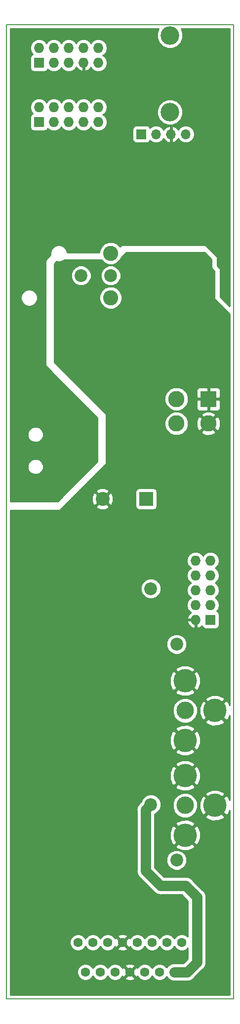
<source format=gbr>
G04 #@! TF.GenerationSoftware,KiCad,Pcbnew,(5.0.0-rc2-dev-311-g1dd4af297)*
G04 #@! TF.CreationDate,2018-06-04T15:35:21+02:00*
G04 #@! TF.ProjectId,resetUSB,72657365745553422E6B696361645F70,1.0*
G04 #@! TF.SameCoordinates,PX6ad8e7cPY2bcdfd4*
G04 #@! TF.FileFunction,Copper,L2,Bot,Signal*
G04 #@! TF.FilePolarity,Positive*
%FSLAX46Y46*%
G04 Gerber Fmt 4.6, Leading zero omitted, Abs format (unit mm)*
G04 Created by KiCad (PCBNEW (5.0.0-rc2-dev-311-g1dd4af297)) date 06/04/18 15:35:21*
%MOMM*%
%LPD*%
G01*
G04 APERTURE LIST*
%ADD10C,0.200000*%
%ADD11C,0.150000*%
%ADD12C,1.600000*%
%ADD13C,2.200000*%
%ADD14O,1.727200X1.727200*%
%ADD15R,1.727200X1.727200*%
%ADD16C,4.000000*%
%ADD17C,3.000000*%
%ADD18C,2.800000*%
%ADD19R,2.800000X2.800000*%
%ADD20C,2.600000*%
%ADD21C,3.200000*%
%ADD22C,2.400000*%
%ADD23R,2.400000X2.400000*%
%ADD24O,1.700000X1.700000*%
%ADD25R,1.700000X1.700000*%
%ADD26C,1.300000*%
%ADD27C,1.800000*%
%ADD28C,0.254000*%
G04 APERTURE END LIST*
D10*
X39000000Y-167000000D02*
X39000000Y0D01*
X0Y-167000000D02*
X39000000Y-167000000D01*
X0Y0D02*
X0Y-167000000D01*
D11*
X39000000Y0D02*
X0Y0D01*
D12*
X12305000Y-157300000D03*
X14845000Y-157300000D03*
X17385000Y-157300000D03*
X19925000Y-157300000D03*
X22465000Y-157300000D03*
X25005000Y-157300000D03*
X27545000Y-157300000D03*
X30085000Y-157300000D03*
X13575000Y-162380000D03*
X16115000Y-162380000D03*
X18655000Y-162380000D03*
X28815000Y-162380000D03*
X26275000Y-162380000D03*
X23735000Y-162380000D03*
X21195000Y-162380000D03*
D13*
X24770000Y-96650000D03*
X29210000Y-106180000D03*
D14*
X32460000Y-91840000D03*
X35000000Y-91840000D03*
X32460000Y-94380000D03*
X35000000Y-94380000D03*
X32460000Y-96920000D03*
X35000000Y-96920000D03*
X32460000Y-99460000D03*
X35000000Y-99460000D03*
X32460000Y-102000000D03*
D15*
X35000000Y-102000000D03*
D16*
X30658500Y-128705500D03*
X30658500Y-138905500D03*
D17*
X30658500Y-133805500D03*
D16*
X35758500Y-133805500D03*
D18*
X29158000Y-68361000D03*
X29158000Y-64161000D03*
X34658000Y-68361000D03*
D19*
X34658000Y-64161000D03*
D16*
X30658500Y-112449500D03*
X30658500Y-122649500D03*
D17*
X30658500Y-117549500D03*
D16*
X35758500Y-117549500D03*
D13*
X12810000Y-43000000D03*
X17890000Y-43000000D03*
D20*
X17890000Y-46810000D03*
X17890000Y-39190000D03*
D21*
X28043500Y-1853500D03*
X28043500Y-14993500D03*
D22*
X16500000Y-81280000D03*
D23*
X24000000Y-81280000D03*
D13*
X24770000Y-133650000D03*
X29210000Y-143180000D03*
D14*
X15774000Y-3989000D03*
X15774000Y-6529000D03*
X13234000Y-3989000D03*
X13234000Y-6529000D03*
X10694000Y-3989000D03*
X10694000Y-6529000D03*
X8154000Y-3989000D03*
X8154000Y-6529000D03*
X5614000Y-3989000D03*
D15*
X5614000Y-6529000D03*
D14*
X15774000Y-14149000D03*
X15774000Y-16689000D03*
X13234000Y-14149000D03*
X13234000Y-16689000D03*
X10694000Y-14149000D03*
X10694000Y-16689000D03*
X8154000Y-14149000D03*
X8154000Y-16689000D03*
X5614000Y-14149000D03*
D15*
X5614000Y-16689000D03*
D24*
X30760000Y-18761000D03*
X28220000Y-18761000D03*
X25680000Y-18761000D03*
D25*
X23140000Y-18761000D03*
D26*
X36917498Y-33701500D03*
X14518000Y-73618000D03*
X5293802Y-21854010D03*
X17348800Y-20853600D03*
X31748859Y-25547541D03*
X14454207Y-34838191D03*
D27*
X23876000Y-145050000D02*
X23876000Y-134544000D01*
X31008000Y-162380000D02*
X32670000Y-160718000D01*
X28815000Y-162380000D02*
X31008000Y-162380000D01*
X32670000Y-160718000D02*
X32670000Y-149526000D01*
X32670000Y-149526000D02*
X30734000Y-147590000D01*
X30734000Y-147590000D02*
X26416000Y-147590000D01*
X26416000Y-147590000D02*
X23876000Y-145050000D01*
X23876000Y-134544000D02*
X24770000Y-133650000D01*
D28*
G36*
X25808500Y-1408931D02*
X25808500Y-2298069D01*
X26148759Y-3119526D01*
X26777474Y-3748241D01*
X27598931Y-4088500D01*
X28488069Y-4088500D01*
X29309526Y-3748241D01*
X29938241Y-3119526D01*
X30278500Y-2298069D01*
X30278500Y-1408931D01*
X29988993Y-710000D01*
X38265001Y-710000D01*
X38265001Y-48245395D01*
X36703000Y-46683394D01*
X36703000Y-41910000D01*
X36693333Y-41861399D01*
X36665803Y-41820197D01*
X36195000Y-41349394D01*
X36195000Y-39878000D01*
X36185333Y-39829399D01*
X36157803Y-39788197D01*
X34125803Y-37756197D01*
X34084601Y-37728667D01*
X34036000Y-37719000D01*
X19812000Y-37719000D01*
X19763399Y-37728667D01*
X19722197Y-37756197D01*
X19457449Y-38020945D01*
X18986090Y-37549586D01*
X18274895Y-37255000D01*
X17505105Y-37255000D01*
X16793910Y-37549586D01*
X16249586Y-38093910D01*
X15955000Y-38805105D01*
X15955000Y-38989000D01*
X10435000Y-38989000D01*
X10435000Y-38904561D01*
X10216534Y-38377138D01*
X9812862Y-37973466D01*
X9285439Y-37755000D01*
X8714561Y-37755000D01*
X8187138Y-37973466D01*
X7783466Y-38377138D01*
X7565000Y-38904561D01*
X7565000Y-39475439D01*
X7572016Y-39492378D01*
X6768197Y-40296197D01*
X6740667Y-40337399D01*
X6731000Y-40386000D01*
X6731000Y-58420000D01*
X6740667Y-58468601D01*
X6768197Y-58509803D01*
X15621000Y-67362606D01*
X15621000Y-74877394D01*
X8837394Y-81661000D01*
X735000Y-81661000D01*
X735000Y-75484452D01*
X3665000Y-75484452D01*
X3665000Y-76015548D01*
X3868242Y-76506217D01*
X4243783Y-76881758D01*
X4734452Y-77085000D01*
X5265548Y-77085000D01*
X5756217Y-76881758D01*
X6131758Y-76506217D01*
X6335000Y-76015548D01*
X6335000Y-75484452D01*
X6131758Y-74993783D01*
X5756217Y-74618242D01*
X5265548Y-74415000D01*
X4734452Y-74415000D01*
X4243783Y-74618242D01*
X3868242Y-74993783D01*
X3665000Y-75484452D01*
X735000Y-75484452D01*
X735000Y-69984452D01*
X3665000Y-69984452D01*
X3665000Y-70515548D01*
X3868242Y-71006217D01*
X4243783Y-71381758D01*
X4734452Y-71585000D01*
X5265548Y-71585000D01*
X5756217Y-71381758D01*
X6131758Y-71006217D01*
X6335000Y-70515548D01*
X6335000Y-69984452D01*
X6131758Y-69493783D01*
X5756217Y-69118242D01*
X5265548Y-68915000D01*
X4734452Y-68915000D01*
X4243783Y-69118242D01*
X3868242Y-69493783D01*
X3665000Y-69984452D01*
X735000Y-69984452D01*
X735000Y-46524561D01*
X2485000Y-46524561D01*
X2485000Y-47095439D01*
X2703466Y-47622862D01*
X3107138Y-48026534D01*
X3634561Y-48245000D01*
X4205439Y-48245000D01*
X4732862Y-48026534D01*
X5136534Y-47622862D01*
X5355000Y-47095439D01*
X5355000Y-46524561D01*
X5136534Y-45997138D01*
X4732862Y-45593466D01*
X4205439Y-45375000D01*
X3634561Y-45375000D01*
X3107138Y-45593466D01*
X2703466Y-45997138D01*
X2485000Y-46524561D01*
X735000Y-46524561D01*
X735000Y-14149000D01*
X4086041Y-14149000D01*
X4202350Y-14733725D01*
X4528651Y-15222068D01*
X4502635Y-15227243D01*
X4292591Y-15367591D01*
X4152243Y-15577635D01*
X4102960Y-15825400D01*
X4102960Y-17552600D01*
X4152243Y-17800365D01*
X4292591Y-18010409D01*
X4502635Y-18150757D01*
X4750400Y-18200040D01*
X6477600Y-18200040D01*
X6725365Y-18150757D01*
X6935409Y-18010409D01*
X7075757Y-17800365D01*
X7080932Y-17774349D01*
X7569275Y-18100650D01*
X8006402Y-18187600D01*
X8301598Y-18187600D01*
X8738725Y-18100650D01*
X9234430Y-17769430D01*
X9424000Y-17485719D01*
X9613570Y-17769430D01*
X10109275Y-18100650D01*
X10546402Y-18187600D01*
X10841598Y-18187600D01*
X11278725Y-18100650D01*
X11774430Y-17769430D01*
X11964000Y-17485719D01*
X12153570Y-17769430D01*
X12649275Y-18100650D01*
X13086402Y-18187600D01*
X13381598Y-18187600D01*
X13818725Y-18100650D01*
X14314430Y-17769430D01*
X14504000Y-17485719D01*
X14693570Y-17769430D01*
X15189275Y-18100650D01*
X15626402Y-18187600D01*
X15921598Y-18187600D01*
X16358725Y-18100650D01*
X16642555Y-17911000D01*
X21642560Y-17911000D01*
X21642560Y-19611000D01*
X21691843Y-19858765D01*
X21832191Y-20068809D01*
X22042235Y-20209157D01*
X22290000Y-20258440D01*
X23990000Y-20258440D01*
X24237765Y-20209157D01*
X24447809Y-20068809D01*
X24588157Y-19858765D01*
X24597184Y-19813381D01*
X24609375Y-19831625D01*
X25100582Y-20159839D01*
X25533744Y-20246000D01*
X25826256Y-20246000D01*
X26259418Y-20159839D01*
X26750625Y-19831625D01*
X26963843Y-19512522D01*
X27024817Y-19642358D01*
X27453076Y-20032645D01*
X27863110Y-20202476D01*
X28093000Y-20081155D01*
X28093000Y-18888000D01*
X28073000Y-18888000D01*
X28073000Y-18634000D01*
X28093000Y-18634000D01*
X28093000Y-17440845D01*
X28347000Y-17440845D01*
X28347000Y-18634000D01*
X28367000Y-18634000D01*
X28367000Y-18888000D01*
X28347000Y-18888000D01*
X28347000Y-20081155D01*
X28576890Y-20202476D01*
X28986924Y-20032645D01*
X29415183Y-19642358D01*
X29476157Y-19512522D01*
X29689375Y-19831625D01*
X30180582Y-20159839D01*
X30613744Y-20246000D01*
X30906256Y-20246000D01*
X31339418Y-20159839D01*
X31830625Y-19831625D01*
X32158839Y-19340418D01*
X32274092Y-18761000D01*
X32158839Y-18181582D01*
X31830625Y-17690375D01*
X31339418Y-17362161D01*
X30906256Y-17276000D01*
X30613744Y-17276000D01*
X30180582Y-17362161D01*
X29689375Y-17690375D01*
X29476157Y-18009478D01*
X29415183Y-17879642D01*
X28986924Y-17489355D01*
X28576890Y-17319524D01*
X28347000Y-17440845D01*
X28093000Y-17440845D01*
X27863110Y-17319524D01*
X27453076Y-17489355D01*
X27024817Y-17879642D01*
X26963843Y-18009478D01*
X26750625Y-17690375D01*
X26259418Y-17362161D01*
X25826256Y-17276000D01*
X25533744Y-17276000D01*
X25100582Y-17362161D01*
X24609375Y-17690375D01*
X24597184Y-17708619D01*
X24588157Y-17663235D01*
X24447809Y-17453191D01*
X24237765Y-17312843D01*
X23990000Y-17263560D01*
X22290000Y-17263560D01*
X22042235Y-17312843D01*
X21832191Y-17453191D01*
X21691843Y-17663235D01*
X21642560Y-17911000D01*
X16642555Y-17911000D01*
X16854430Y-17769430D01*
X17185650Y-17273725D01*
X17301959Y-16689000D01*
X17185650Y-16104275D01*
X16854430Y-15608570D01*
X16570719Y-15419000D01*
X16854430Y-15229430D01*
X17185650Y-14733725D01*
X17222407Y-14548931D01*
X25808500Y-14548931D01*
X25808500Y-15438069D01*
X26148759Y-16259526D01*
X26777474Y-16888241D01*
X27598931Y-17228500D01*
X28488069Y-17228500D01*
X29309526Y-16888241D01*
X29938241Y-16259526D01*
X30278500Y-15438069D01*
X30278500Y-14548931D01*
X29938241Y-13727474D01*
X29309526Y-13098759D01*
X28488069Y-12758500D01*
X27598931Y-12758500D01*
X26777474Y-13098759D01*
X26148759Y-13727474D01*
X25808500Y-14548931D01*
X17222407Y-14548931D01*
X17301959Y-14149000D01*
X17185650Y-13564275D01*
X16854430Y-13068570D01*
X16358725Y-12737350D01*
X15921598Y-12650400D01*
X15626402Y-12650400D01*
X15189275Y-12737350D01*
X14693570Y-13068570D01*
X14504000Y-13352281D01*
X14314430Y-13068570D01*
X13818725Y-12737350D01*
X13381598Y-12650400D01*
X13086402Y-12650400D01*
X12649275Y-12737350D01*
X12153570Y-13068570D01*
X11964000Y-13352281D01*
X11774430Y-13068570D01*
X11278725Y-12737350D01*
X10841598Y-12650400D01*
X10546402Y-12650400D01*
X10109275Y-12737350D01*
X9613570Y-13068570D01*
X9424000Y-13352281D01*
X9234430Y-13068570D01*
X8738725Y-12737350D01*
X8301598Y-12650400D01*
X8006402Y-12650400D01*
X7569275Y-12737350D01*
X7073570Y-13068570D01*
X6884000Y-13352281D01*
X6694430Y-13068570D01*
X6198725Y-12737350D01*
X5761598Y-12650400D01*
X5466402Y-12650400D01*
X5029275Y-12737350D01*
X4533570Y-13068570D01*
X4202350Y-13564275D01*
X4086041Y-14149000D01*
X735000Y-14149000D01*
X735000Y-3989000D01*
X4086041Y-3989000D01*
X4202350Y-4573725D01*
X4528651Y-5062068D01*
X4502635Y-5067243D01*
X4292591Y-5207591D01*
X4152243Y-5417635D01*
X4102960Y-5665400D01*
X4102960Y-7392600D01*
X4152243Y-7640365D01*
X4292591Y-7850409D01*
X4502635Y-7990757D01*
X4750400Y-8040040D01*
X6477600Y-8040040D01*
X6725365Y-7990757D01*
X6935409Y-7850409D01*
X7075757Y-7640365D01*
X7080932Y-7614349D01*
X7569275Y-7940650D01*
X8006402Y-8027600D01*
X8301598Y-8027600D01*
X8738725Y-7940650D01*
X9234430Y-7609430D01*
X9424000Y-7325719D01*
X9613570Y-7609430D01*
X10109275Y-7940650D01*
X10546402Y-8027600D01*
X10841598Y-8027600D01*
X11278725Y-7940650D01*
X11774430Y-7609430D01*
X11967037Y-7321174D01*
X12345510Y-7735821D01*
X12874973Y-7983968D01*
X13107000Y-7863469D01*
X13107000Y-6656000D01*
X13087000Y-6656000D01*
X13087000Y-6402000D01*
X13107000Y-6402000D01*
X13107000Y-6382000D01*
X13361000Y-6382000D01*
X13361000Y-6402000D01*
X13381000Y-6402000D01*
X13381000Y-6656000D01*
X13361000Y-6656000D01*
X13361000Y-7863469D01*
X13593027Y-7983968D01*
X14122490Y-7735821D01*
X14500963Y-7321174D01*
X14693570Y-7609430D01*
X15189275Y-7940650D01*
X15626402Y-8027600D01*
X15921598Y-8027600D01*
X16358725Y-7940650D01*
X16854430Y-7609430D01*
X17185650Y-7113725D01*
X17301959Y-6529000D01*
X17185650Y-5944275D01*
X16854430Y-5448570D01*
X16570719Y-5259000D01*
X16854430Y-5069430D01*
X17185650Y-4573725D01*
X17301959Y-3989000D01*
X17185650Y-3404275D01*
X16854430Y-2908570D01*
X16358725Y-2577350D01*
X15921598Y-2490400D01*
X15626402Y-2490400D01*
X15189275Y-2577350D01*
X14693570Y-2908570D01*
X14504000Y-3192281D01*
X14314430Y-2908570D01*
X13818725Y-2577350D01*
X13381598Y-2490400D01*
X13086402Y-2490400D01*
X12649275Y-2577350D01*
X12153570Y-2908570D01*
X11964000Y-3192281D01*
X11774430Y-2908570D01*
X11278725Y-2577350D01*
X10841598Y-2490400D01*
X10546402Y-2490400D01*
X10109275Y-2577350D01*
X9613570Y-2908570D01*
X9424000Y-3192281D01*
X9234430Y-2908570D01*
X8738725Y-2577350D01*
X8301598Y-2490400D01*
X8006402Y-2490400D01*
X7569275Y-2577350D01*
X7073570Y-2908570D01*
X6884000Y-3192281D01*
X6694430Y-2908570D01*
X6198725Y-2577350D01*
X5761598Y-2490400D01*
X5466402Y-2490400D01*
X5029275Y-2577350D01*
X4533570Y-2908570D01*
X4202350Y-3404275D01*
X4086041Y-3989000D01*
X735000Y-3989000D01*
X735000Y-710000D01*
X26098007Y-710000D01*
X25808500Y-1408931D01*
X25808500Y-1408931D01*
G37*
X25808500Y-1408931D02*
X25808500Y-2298069D01*
X26148759Y-3119526D01*
X26777474Y-3748241D01*
X27598931Y-4088500D01*
X28488069Y-4088500D01*
X29309526Y-3748241D01*
X29938241Y-3119526D01*
X30278500Y-2298069D01*
X30278500Y-1408931D01*
X29988993Y-710000D01*
X38265001Y-710000D01*
X38265001Y-48245395D01*
X36703000Y-46683394D01*
X36703000Y-41910000D01*
X36693333Y-41861399D01*
X36665803Y-41820197D01*
X36195000Y-41349394D01*
X36195000Y-39878000D01*
X36185333Y-39829399D01*
X36157803Y-39788197D01*
X34125803Y-37756197D01*
X34084601Y-37728667D01*
X34036000Y-37719000D01*
X19812000Y-37719000D01*
X19763399Y-37728667D01*
X19722197Y-37756197D01*
X19457449Y-38020945D01*
X18986090Y-37549586D01*
X18274895Y-37255000D01*
X17505105Y-37255000D01*
X16793910Y-37549586D01*
X16249586Y-38093910D01*
X15955000Y-38805105D01*
X15955000Y-38989000D01*
X10435000Y-38989000D01*
X10435000Y-38904561D01*
X10216534Y-38377138D01*
X9812862Y-37973466D01*
X9285439Y-37755000D01*
X8714561Y-37755000D01*
X8187138Y-37973466D01*
X7783466Y-38377138D01*
X7565000Y-38904561D01*
X7565000Y-39475439D01*
X7572016Y-39492378D01*
X6768197Y-40296197D01*
X6740667Y-40337399D01*
X6731000Y-40386000D01*
X6731000Y-58420000D01*
X6740667Y-58468601D01*
X6768197Y-58509803D01*
X15621000Y-67362606D01*
X15621000Y-74877394D01*
X8837394Y-81661000D01*
X735000Y-81661000D01*
X735000Y-75484452D01*
X3665000Y-75484452D01*
X3665000Y-76015548D01*
X3868242Y-76506217D01*
X4243783Y-76881758D01*
X4734452Y-77085000D01*
X5265548Y-77085000D01*
X5756217Y-76881758D01*
X6131758Y-76506217D01*
X6335000Y-76015548D01*
X6335000Y-75484452D01*
X6131758Y-74993783D01*
X5756217Y-74618242D01*
X5265548Y-74415000D01*
X4734452Y-74415000D01*
X4243783Y-74618242D01*
X3868242Y-74993783D01*
X3665000Y-75484452D01*
X735000Y-75484452D01*
X735000Y-69984452D01*
X3665000Y-69984452D01*
X3665000Y-70515548D01*
X3868242Y-71006217D01*
X4243783Y-71381758D01*
X4734452Y-71585000D01*
X5265548Y-71585000D01*
X5756217Y-71381758D01*
X6131758Y-71006217D01*
X6335000Y-70515548D01*
X6335000Y-69984452D01*
X6131758Y-69493783D01*
X5756217Y-69118242D01*
X5265548Y-68915000D01*
X4734452Y-68915000D01*
X4243783Y-69118242D01*
X3868242Y-69493783D01*
X3665000Y-69984452D01*
X735000Y-69984452D01*
X735000Y-46524561D01*
X2485000Y-46524561D01*
X2485000Y-47095439D01*
X2703466Y-47622862D01*
X3107138Y-48026534D01*
X3634561Y-48245000D01*
X4205439Y-48245000D01*
X4732862Y-48026534D01*
X5136534Y-47622862D01*
X5355000Y-47095439D01*
X5355000Y-46524561D01*
X5136534Y-45997138D01*
X4732862Y-45593466D01*
X4205439Y-45375000D01*
X3634561Y-45375000D01*
X3107138Y-45593466D01*
X2703466Y-45997138D01*
X2485000Y-46524561D01*
X735000Y-46524561D01*
X735000Y-14149000D01*
X4086041Y-14149000D01*
X4202350Y-14733725D01*
X4528651Y-15222068D01*
X4502635Y-15227243D01*
X4292591Y-15367591D01*
X4152243Y-15577635D01*
X4102960Y-15825400D01*
X4102960Y-17552600D01*
X4152243Y-17800365D01*
X4292591Y-18010409D01*
X4502635Y-18150757D01*
X4750400Y-18200040D01*
X6477600Y-18200040D01*
X6725365Y-18150757D01*
X6935409Y-18010409D01*
X7075757Y-17800365D01*
X7080932Y-17774349D01*
X7569275Y-18100650D01*
X8006402Y-18187600D01*
X8301598Y-18187600D01*
X8738725Y-18100650D01*
X9234430Y-17769430D01*
X9424000Y-17485719D01*
X9613570Y-17769430D01*
X10109275Y-18100650D01*
X10546402Y-18187600D01*
X10841598Y-18187600D01*
X11278725Y-18100650D01*
X11774430Y-17769430D01*
X11964000Y-17485719D01*
X12153570Y-17769430D01*
X12649275Y-18100650D01*
X13086402Y-18187600D01*
X13381598Y-18187600D01*
X13818725Y-18100650D01*
X14314430Y-17769430D01*
X14504000Y-17485719D01*
X14693570Y-17769430D01*
X15189275Y-18100650D01*
X15626402Y-18187600D01*
X15921598Y-18187600D01*
X16358725Y-18100650D01*
X16642555Y-17911000D01*
X21642560Y-17911000D01*
X21642560Y-19611000D01*
X21691843Y-19858765D01*
X21832191Y-20068809D01*
X22042235Y-20209157D01*
X22290000Y-20258440D01*
X23990000Y-20258440D01*
X24237765Y-20209157D01*
X24447809Y-20068809D01*
X24588157Y-19858765D01*
X24597184Y-19813381D01*
X24609375Y-19831625D01*
X25100582Y-20159839D01*
X25533744Y-20246000D01*
X25826256Y-20246000D01*
X26259418Y-20159839D01*
X26750625Y-19831625D01*
X26963843Y-19512522D01*
X27024817Y-19642358D01*
X27453076Y-20032645D01*
X27863110Y-20202476D01*
X28093000Y-20081155D01*
X28093000Y-18888000D01*
X28073000Y-18888000D01*
X28073000Y-18634000D01*
X28093000Y-18634000D01*
X28093000Y-17440845D01*
X28347000Y-17440845D01*
X28347000Y-18634000D01*
X28367000Y-18634000D01*
X28367000Y-18888000D01*
X28347000Y-18888000D01*
X28347000Y-20081155D01*
X28576890Y-20202476D01*
X28986924Y-20032645D01*
X29415183Y-19642358D01*
X29476157Y-19512522D01*
X29689375Y-19831625D01*
X30180582Y-20159839D01*
X30613744Y-20246000D01*
X30906256Y-20246000D01*
X31339418Y-20159839D01*
X31830625Y-19831625D01*
X32158839Y-19340418D01*
X32274092Y-18761000D01*
X32158839Y-18181582D01*
X31830625Y-17690375D01*
X31339418Y-17362161D01*
X30906256Y-17276000D01*
X30613744Y-17276000D01*
X30180582Y-17362161D01*
X29689375Y-17690375D01*
X29476157Y-18009478D01*
X29415183Y-17879642D01*
X28986924Y-17489355D01*
X28576890Y-17319524D01*
X28347000Y-17440845D01*
X28093000Y-17440845D01*
X27863110Y-17319524D01*
X27453076Y-17489355D01*
X27024817Y-17879642D01*
X26963843Y-18009478D01*
X26750625Y-17690375D01*
X26259418Y-17362161D01*
X25826256Y-17276000D01*
X25533744Y-17276000D01*
X25100582Y-17362161D01*
X24609375Y-17690375D01*
X24597184Y-17708619D01*
X24588157Y-17663235D01*
X24447809Y-17453191D01*
X24237765Y-17312843D01*
X23990000Y-17263560D01*
X22290000Y-17263560D01*
X22042235Y-17312843D01*
X21832191Y-17453191D01*
X21691843Y-17663235D01*
X21642560Y-17911000D01*
X16642555Y-17911000D01*
X16854430Y-17769430D01*
X17185650Y-17273725D01*
X17301959Y-16689000D01*
X17185650Y-16104275D01*
X16854430Y-15608570D01*
X16570719Y-15419000D01*
X16854430Y-15229430D01*
X17185650Y-14733725D01*
X17222407Y-14548931D01*
X25808500Y-14548931D01*
X25808500Y-15438069D01*
X26148759Y-16259526D01*
X26777474Y-16888241D01*
X27598931Y-17228500D01*
X28488069Y-17228500D01*
X29309526Y-16888241D01*
X29938241Y-16259526D01*
X30278500Y-15438069D01*
X30278500Y-14548931D01*
X29938241Y-13727474D01*
X29309526Y-13098759D01*
X28488069Y-12758500D01*
X27598931Y-12758500D01*
X26777474Y-13098759D01*
X26148759Y-13727474D01*
X25808500Y-14548931D01*
X17222407Y-14548931D01*
X17301959Y-14149000D01*
X17185650Y-13564275D01*
X16854430Y-13068570D01*
X16358725Y-12737350D01*
X15921598Y-12650400D01*
X15626402Y-12650400D01*
X15189275Y-12737350D01*
X14693570Y-13068570D01*
X14504000Y-13352281D01*
X14314430Y-13068570D01*
X13818725Y-12737350D01*
X13381598Y-12650400D01*
X13086402Y-12650400D01*
X12649275Y-12737350D01*
X12153570Y-13068570D01*
X11964000Y-13352281D01*
X11774430Y-13068570D01*
X11278725Y-12737350D01*
X10841598Y-12650400D01*
X10546402Y-12650400D01*
X10109275Y-12737350D01*
X9613570Y-13068570D01*
X9424000Y-13352281D01*
X9234430Y-13068570D01*
X8738725Y-12737350D01*
X8301598Y-12650400D01*
X8006402Y-12650400D01*
X7569275Y-12737350D01*
X7073570Y-13068570D01*
X6884000Y-13352281D01*
X6694430Y-13068570D01*
X6198725Y-12737350D01*
X5761598Y-12650400D01*
X5466402Y-12650400D01*
X5029275Y-12737350D01*
X4533570Y-13068570D01*
X4202350Y-13564275D01*
X4086041Y-14149000D01*
X735000Y-14149000D01*
X735000Y-3989000D01*
X4086041Y-3989000D01*
X4202350Y-4573725D01*
X4528651Y-5062068D01*
X4502635Y-5067243D01*
X4292591Y-5207591D01*
X4152243Y-5417635D01*
X4102960Y-5665400D01*
X4102960Y-7392600D01*
X4152243Y-7640365D01*
X4292591Y-7850409D01*
X4502635Y-7990757D01*
X4750400Y-8040040D01*
X6477600Y-8040040D01*
X6725365Y-7990757D01*
X6935409Y-7850409D01*
X7075757Y-7640365D01*
X7080932Y-7614349D01*
X7569275Y-7940650D01*
X8006402Y-8027600D01*
X8301598Y-8027600D01*
X8738725Y-7940650D01*
X9234430Y-7609430D01*
X9424000Y-7325719D01*
X9613570Y-7609430D01*
X10109275Y-7940650D01*
X10546402Y-8027600D01*
X10841598Y-8027600D01*
X11278725Y-7940650D01*
X11774430Y-7609430D01*
X11967037Y-7321174D01*
X12345510Y-7735821D01*
X12874973Y-7983968D01*
X13107000Y-7863469D01*
X13107000Y-6656000D01*
X13087000Y-6656000D01*
X13087000Y-6402000D01*
X13107000Y-6402000D01*
X13107000Y-6382000D01*
X13361000Y-6382000D01*
X13361000Y-6402000D01*
X13381000Y-6402000D01*
X13381000Y-6656000D01*
X13361000Y-6656000D01*
X13361000Y-7863469D01*
X13593027Y-7983968D01*
X14122490Y-7735821D01*
X14500963Y-7321174D01*
X14693570Y-7609430D01*
X15189275Y-7940650D01*
X15626402Y-8027600D01*
X15921598Y-8027600D01*
X16358725Y-7940650D01*
X16854430Y-7609430D01*
X17185650Y-7113725D01*
X17301959Y-6529000D01*
X17185650Y-5944275D01*
X16854430Y-5448570D01*
X16570719Y-5259000D01*
X16854430Y-5069430D01*
X17185650Y-4573725D01*
X17301959Y-3989000D01*
X17185650Y-3404275D01*
X16854430Y-2908570D01*
X16358725Y-2577350D01*
X15921598Y-2490400D01*
X15626402Y-2490400D01*
X15189275Y-2577350D01*
X14693570Y-2908570D01*
X14504000Y-3192281D01*
X14314430Y-2908570D01*
X13818725Y-2577350D01*
X13381598Y-2490400D01*
X13086402Y-2490400D01*
X12649275Y-2577350D01*
X12153570Y-2908570D01*
X11964000Y-3192281D01*
X11774430Y-2908570D01*
X11278725Y-2577350D01*
X10841598Y-2490400D01*
X10546402Y-2490400D01*
X10109275Y-2577350D01*
X9613570Y-2908570D01*
X9424000Y-3192281D01*
X9234430Y-2908570D01*
X8738725Y-2577350D01*
X8301598Y-2490400D01*
X8006402Y-2490400D01*
X7569275Y-2577350D01*
X7073570Y-2908570D01*
X6884000Y-3192281D01*
X6694430Y-2908570D01*
X6198725Y-2577350D01*
X5761598Y-2490400D01*
X5466402Y-2490400D01*
X5029275Y-2577350D01*
X4533570Y-2908570D01*
X4202350Y-3404275D01*
X4086041Y-3989000D01*
X735000Y-3989000D01*
X735000Y-710000D01*
X26098007Y-710000D01*
X25808500Y-1408931D01*
G36*
X35180571Y-40184606D02*
X35180571Y-41656000D01*
X35190238Y-41704601D01*
X35217768Y-41745803D01*
X35688571Y-42216606D01*
X35688571Y-46990000D01*
X35698238Y-47038601D01*
X35725768Y-47079803D01*
X38265001Y-49619036D01*
X38265000Y-116704377D01*
X38004243Y-116074853D01*
X37633522Y-115854084D01*
X35938105Y-117549500D01*
X37633522Y-119244916D01*
X38004243Y-119024147D01*
X38265000Y-118380063D01*
X38265000Y-132960377D01*
X38004243Y-132330853D01*
X37633522Y-132110084D01*
X35938105Y-133805500D01*
X37633522Y-135500916D01*
X38004243Y-135280147D01*
X38265000Y-134636063D01*
X38265000Y-166265000D01*
X735000Y-166265000D01*
X735000Y-162094561D01*
X12140000Y-162094561D01*
X12140000Y-162665439D01*
X12358466Y-163192862D01*
X12762138Y-163596534D01*
X13289561Y-163815000D01*
X13860439Y-163815000D01*
X14387862Y-163596534D01*
X14791534Y-163192862D01*
X14845000Y-163063784D01*
X14898466Y-163192862D01*
X15302138Y-163596534D01*
X15829561Y-163815000D01*
X16400439Y-163815000D01*
X16927862Y-163596534D01*
X17331534Y-163192862D01*
X17385000Y-163063784D01*
X17438466Y-163192862D01*
X17842138Y-163596534D01*
X18369561Y-163815000D01*
X18940439Y-163815000D01*
X19467862Y-163596534D01*
X19676651Y-163387745D01*
X20366861Y-163387745D01*
X20440995Y-163633864D01*
X20978223Y-163826965D01*
X21548454Y-163799778D01*
X21949005Y-163633864D01*
X22023139Y-163387745D01*
X21195000Y-162559605D01*
X20366861Y-163387745D01*
X19676651Y-163387745D01*
X19871534Y-163192862D01*
X19918525Y-163079417D01*
X19941136Y-163134005D01*
X20187255Y-163208139D01*
X21015395Y-162380000D01*
X20187255Y-161551861D01*
X19941136Y-161625995D01*
X19920126Y-161684448D01*
X19871534Y-161567138D01*
X19676651Y-161372255D01*
X20366861Y-161372255D01*
X21195000Y-162200395D01*
X22023139Y-161372255D01*
X21949005Y-161126136D01*
X21411777Y-160933035D01*
X20841546Y-160960222D01*
X20440995Y-161126136D01*
X20366861Y-161372255D01*
X19676651Y-161372255D01*
X19467862Y-161163466D01*
X18940439Y-160945000D01*
X18369561Y-160945000D01*
X17842138Y-161163466D01*
X17438466Y-161567138D01*
X17385000Y-161696216D01*
X17331534Y-161567138D01*
X16927862Y-161163466D01*
X16400439Y-160945000D01*
X15829561Y-160945000D01*
X15302138Y-161163466D01*
X14898466Y-161567138D01*
X14845000Y-161696216D01*
X14791534Y-161567138D01*
X14387862Y-161163466D01*
X13860439Y-160945000D01*
X13289561Y-160945000D01*
X12762138Y-161163466D01*
X12358466Y-161567138D01*
X12140000Y-162094561D01*
X735000Y-162094561D01*
X735000Y-157014561D01*
X10870000Y-157014561D01*
X10870000Y-157585439D01*
X11088466Y-158112862D01*
X11492138Y-158516534D01*
X12019561Y-158735000D01*
X12590439Y-158735000D01*
X13117862Y-158516534D01*
X13521534Y-158112862D01*
X13575000Y-157983784D01*
X13628466Y-158112862D01*
X14032138Y-158516534D01*
X14559561Y-158735000D01*
X15130439Y-158735000D01*
X15657862Y-158516534D01*
X16061534Y-158112862D01*
X16115000Y-157983784D01*
X16168466Y-158112862D01*
X16572138Y-158516534D01*
X17099561Y-158735000D01*
X17670439Y-158735000D01*
X18197862Y-158516534D01*
X18406651Y-158307745D01*
X19096861Y-158307745D01*
X19170995Y-158553864D01*
X19708223Y-158746965D01*
X20278454Y-158719778D01*
X20679005Y-158553864D01*
X20753139Y-158307745D01*
X19925000Y-157479605D01*
X19096861Y-158307745D01*
X18406651Y-158307745D01*
X18601534Y-158112862D01*
X18648525Y-157999417D01*
X18671136Y-158054005D01*
X18917255Y-158128139D01*
X19745395Y-157300000D01*
X20104605Y-157300000D01*
X20932745Y-158128139D01*
X21178864Y-158054005D01*
X21199874Y-157995552D01*
X21248466Y-158112862D01*
X21652138Y-158516534D01*
X22179561Y-158735000D01*
X22750439Y-158735000D01*
X23277862Y-158516534D01*
X23681534Y-158112862D01*
X23735000Y-157983784D01*
X23788466Y-158112862D01*
X24192138Y-158516534D01*
X24719561Y-158735000D01*
X25290439Y-158735000D01*
X25817862Y-158516534D01*
X26221534Y-158112862D01*
X26275000Y-157983784D01*
X26328466Y-158112862D01*
X26732138Y-158516534D01*
X27259561Y-158735000D01*
X27830439Y-158735000D01*
X28357862Y-158516534D01*
X28761534Y-158112862D01*
X28815000Y-157983784D01*
X28868466Y-158112862D01*
X29272138Y-158516534D01*
X29799561Y-158735000D01*
X30370439Y-158735000D01*
X30897862Y-158516534D01*
X31135000Y-158279396D01*
X31135000Y-160082182D01*
X30372183Y-160845000D01*
X28663818Y-160845000D01*
X28216073Y-160934062D01*
X27708327Y-161273327D01*
X27499369Y-161586054D01*
X27491534Y-161567138D01*
X27087862Y-161163466D01*
X26560439Y-160945000D01*
X25989561Y-160945000D01*
X25462138Y-161163466D01*
X25058466Y-161567138D01*
X25005000Y-161696216D01*
X24951534Y-161567138D01*
X24547862Y-161163466D01*
X24020439Y-160945000D01*
X23449561Y-160945000D01*
X22922138Y-161163466D01*
X22518466Y-161567138D01*
X22471475Y-161680583D01*
X22448864Y-161625995D01*
X22202745Y-161551861D01*
X21374605Y-162380000D01*
X22202745Y-163208139D01*
X22448864Y-163134005D01*
X22469874Y-163075552D01*
X22518466Y-163192862D01*
X22922138Y-163596534D01*
X23449561Y-163815000D01*
X24020439Y-163815000D01*
X24547862Y-163596534D01*
X24951534Y-163192862D01*
X25005000Y-163063784D01*
X25058466Y-163192862D01*
X25462138Y-163596534D01*
X25989561Y-163815000D01*
X26560439Y-163815000D01*
X27087862Y-163596534D01*
X27491534Y-163192862D01*
X27499369Y-163173946D01*
X27708327Y-163486673D01*
X28216073Y-163825938D01*
X28663818Y-163915000D01*
X30856823Y-163915000D01*
X31008000Y-163945071D01*
X31159177Y-163915000D01*
X31159182Y-163915000D01*
X31606927Y-163825938D01*
X32114673Y-163486673D01*
X32200312Y-163358505D01*
X33648508Y-161910310D01*
X33776673Y-161824673D01*
X34115938Y-161316927D01*
X34205000Y-160869182D01*
X34205000Y-160869181D01*
X34235072Y-160718000D01*
X34205000Y-160566819D01*
X34205000Y-149677176D01*
X34235071Y-149525999D01*
X34205000Y-149374822D01*
X34205000Y-149374818D01*
X34115938Y-148927073D01*
X33776673Y-148419327D01*
X33648507Y-148333689D01*
X31926312Y-146611495D01*
X31840673Y-146483327D01*
X31332927Y-146144062D01*
X30885182Y-146055000D01*
X30885177Y-146055000D01*
X30734000Y-146024929D01*
X30582823Y-146055000D01*
X27051818Y-146055000D01*
X25411000Y-144414183D01*
X25411000Y-142834887D01*
X27475000Y-142834887D01*
X27475000Y-143525113D01*
X27739138Y-144162799D01*
X28227201Y-144650862D01*
X28864887Y-144915000D01*
X29555113Y-144915000D01*
X30192799Y-144650862D01*
X30680862Y-144162799D01*
X30945000Y-143525113D01*
X30945000Y-142834887D01*
X30680862Y-142197201D01*
X30192799Y-141709138D01*
X29555113Y-141445000D01*
X28864887Y-141445000D01*
X28227201Y-141709138D01*
X27739138Y-142197201D01*
X27475000Y-142834887D01*
X25411000Y-142834887D01*
X25411000Y-140780522D01*
X28963084Y-140780522D01*
X29183853Y-141151243D01*
X30155512Y-141544619D01*
X31203747Y-141536213D01*
X32133147Y-141151243D01*
X32353916Y-140780522D01*
X30658500Y-139085105D01*
X28963084Y-140780522D01*
X25411000Y-140780522D01*
X25411000Y-138402512D01*
X28019381Y-138402512D01*
X28027787Y-139450747D01*
X28412757Y-140380147D01*
X28783478Y-140600916D01*
X30478895Y-138905500D01*
X30838105Y-138905500D01*
X32533522Y-140600916D01*
X32904243Y-140380147D01*
X33297619Y-139408488D01*
X33289213Y-138360253D01*
X32904243Y-137430853D01*
X32533522Y-137210084D01*
X30838105Y-138905500D01*
X30478895Y-138905500D01*
X28783478Y-137210084D01*
X28412757Y-137430853D01*
X28019381Y-138402512D01*
X25411000Y-138402512D01*
X25411000Y-137030478D01*
X28963084Y-137030478D01*
X30658500Y-138725895D01*
X32353916Y-137030478D01*
X32133147Y-136659757D01*
X31161488Y-136266381D01*
X30113253Y-136274787D01*
X29183853Y-136659757D01*
X28963084Y-137030478D01*
X25411000Y-137030478D01*
X25411000Y-135262440D01*
X25752799Y-135120862D01*
X26240862Y-134632799D01*
X26505000Y-133995113D01*
X26505000Y-133380822D01*
X28523500Y-133380822D01*
X28523500Y-134230178D01*
X28848534Y-135014880D01*
X29449120Y-135615466D01*
X30233822Y-135940500D01*
X31083178Y-135940500D01*
X31710820Y-135680522D01*
X34063084Y-135680522D01*
X34283853Y-136051243D01*
X35255512Y-136444619D01*
X36303747Y-136436213D01*
X37233147Y-136051243D01*
X37453916Y-135680522D01*
X35758500Y-133985105D01*
X34063084Y-135680522D01*
X31710820Y-135680522D01*
X31867880Y-135615466D01*
X32468466Y-135014880D01*
X32793500Y-134230178D01*
X32793500Y-133380822D01*
X32761063Y-133302512D01*
X33119381Y-133302512D01*
X33127787Y-134350747D01*
X33512757Y-135280147D01*
X33883478Y-135500916D01*
X35578895Y-133805500D01*
X33883478Y-132110084D01*
X33512757Y-132330853D01*
X33119381Y-133302512D01*
X32761063Y-133302512D01*
X32468466Y-132596120D01*
X31867880Y-131995534D01*
X31710821Y-131930478D01*
X34063084Y-131930478D01*
X35758500Y-133625895D01*
X37453916Y-131930478D01*
X37233147Y-131559757D01*
X36261488Y-131166381D01*
X35213253Y-131174787D01*
X34283853Y-131559757D01*
X34063084Y-131930478D01*
X31710821Y-131930478D01*
X31083178Y-131670500D01*
X30233822Y-131670500D01*
X29449120Y-131995534D01*
X28848534Y-132596120D01*
X28523500Y-133380822D01*
X26505000Y-133380822D01*
X26505000Y-133304887D01*
X26240862Y-132667201D01*
X25752799Y-132179138D01*
X25115113Y-131915000D01*
X24424887Y-131915000D01*
X23787201Y-132179138D01*
X23299138Y-132667201D01*
X23099137Y-133150046D01*
X22897493Y-133351690D01*
X22769328Y-133437327D01*
X22683691Y-133565492D01*
X22683690Y-133565493D01*
X22430063Y-133945073D01*
X22310929Y-134544000D01*
X22341001Y-134695182D01*
X22341000Y-144898823D01*
X22310929Y-145050000D01*
X22341000Y-145201177D01*
X22341000Y-145201181D01*
X22430062Y-145648926D01*
X22769327Y-146156673D01*
X22897495Y-146242312D01*
X25223690Y-148568507D01*
X25309327Y-148696673D01*
X25817073Y-149035938D01*
X26264818Y-149125000D01*
X26264822Y-149125000D01*
X26415999Y-149155071D01*
X26567176Y-149125000D01*
X30098183Y-149125000D01*
X31135001Y-150161819D01*
X31135000Y-156320604D01*
X30897862Y-156083466D01*
X30370439Y-155865000D01*
X29799561Y-155865000D01*
X29272138Y-156083466D01*
X28868466Y-156487138D01*
X28815000Y-156616216D01*
X28761534Y-156487138D01*
X28357862Y-156083466D01*
X27830439Y-155865000D01*
X27259561Y-155865000D01*
X26732138Y-156083466D01*
X26328466Y-156487138D01*
X26275000Y-156616216D01*
X26221534Y-156487138D01*
X25817862Y-156083466D01*
X25290439Y-155865000D01*
X24719561Y-155865000D01*
X24192138Y-156083466D01*
X23788466Y-156487138D01*
X23735000Y-156616216D01*
X23681534Y-156487138D01*
X23277862Y-156083466D01*
X22750439Y-155865000D01*
X22179561Y-155865000D01*
X21652138Y-156083466D01*
X21248466Y-156487138D01*
X21201475Y-156600583D01*
X21178864Y-156545995D01*
X20932745Y-156471861D01*
X20104605Y-157300000D01*
X19745395Y-157300000D01*
X18917255Y-156471861D01*
X18671136Y-156545995D01*
X18650126Y-156604448D01*
X18601534Y-156487138D01*
X18406651Y-156292255D01*
X19096861Y-156292255D01*
X19925000Y-157120395D01*
X20753139Y-156292255D01*
X20679005Y-156046136D01*
X20141777Y-155853035D01*
X19571546Y-155880222D01*
X19170995Y-156046136D01*
X19096861Y-156292255D01*
X18406651Y-156292255D01*
X18197862Y-156083466D01*
X17670439Y-155865000D01*
X17099561Y-155865000D01*
X16572138Y-156083466D01*
X16168466Y-156487138D01*
X16115000Y-156616216D01*
X16061534Y-156487138D01*
X15657862Y-156083466D01*
X15130439Y-155865000D01*
X14559561Y-155865000D01*
X14032138Y-156083466D01*
X13628466Y-156487138D01*
X13575000Y-156616216D01*
X13521534Y-156487138D01*
X13117862Y-156083466D01*
X12590439Y-155865000D01*
X12019561Y-155865000D01*
X11492138Y-156083466D01*
X11088466Y-156487138D01*
X10870000Y-157014561D01*
X735000Y-157014561D01*
X735000Y-130580522D01*
X28963084Y-130580522D01*
X29183853Y-130951243D01*
X30155512Y-131344619D01*
X31203747Y-131336213D01*
X32133147Y-130951243D01*
X32353916Y-130580522D01*
X30658500Y-128885105D01*
X28963084Y-130580522D01*
X735000Y-130580522D01*
X735000Y-128202512D01*
X28019381Y-128202512D01*
X28027787Y-129250747D01*
X28412757Y-130180147D01*
X28783478Y-130400916D01*
X30478895Y-128705500D01*
X30838105Y-128705500D01*
X32533522Y-130400916D01*
X32904243Y-130180147D01*
X33297619Y-129208488D01*
X33289213Y-128160253D01*
X32904243Y-127230853D01*
X32533522Y-127010084D01*
X30838105Y-128705500D01*
X30478895Y-128705500D01*
X28783478Y-127010084D01*
X28412757Y-127230853D01*
X28019381Y-128202512D01*
X735000Y-128202512D01*
X735000Y-126830478D01*
X28963084Y-126830478D01*
X30658500Y-128525895D01*
X32353916Y-126830478D01*
X32133147Y-126459757D01*
X31161488Y-126066381D01*
X30113253Y-126074787D01*
X29183853Y-126459757D01*
X28963084Y-126830478D01*
X735000Y-126830478D01*
X735000Y-124524522D01*
X28963084Y-124524522D01*
X29183853Y-124895243D01*
X30155512Y-125288619D01*
X31203747Y-125280213D01*
X32133147Y-124895243D01*
X32353916Y-124524522D01*
X30658500Y-122829105D01*
X28963084Y-124524522D01*
X735000Y-124524522D01*
X735000Y-122146512D01*
X28019381Y-122146512D01*
X28027787Y-123194747D01*
X28412757Y-124124147D01*
X28783478Y-124344916D01*
X30478895Y-122649500D01*
X30838105Y-122649500D01*
X32533522Y-124344916D01*
X32904243Y-124124147D01*
X33297619Y-123152488D01*
X33289213Y-122104253D01*
X32904243Y-121174853D01*
X32533522Y-120954084D01*
X30838105Y-122649500D01*
X30478895Y-122649500D01*
X28783478Y-120954084D01*
X28412757Y-121174853D01*
X28019381Y-122146512D01*
X735000Y-122146512D01*
X735000Y-120774478D01*
X28963084Y-120774478D01*
X30658500Y-122469895D01*
X32353916Y-120774478D01*
X32133147Y-120403757D01*
X31161488Y-120010381D01*
X30113253Y-120018787D01*
X29183853Y-120403757D01*
X28963084Y-120774478D01*
X735000Y-120774478D01*
X735000Y-117124822D01*
X28523500Y-117124822D01*
X28523500Y-117974178D01*
X28848534Y-118758880D01*
X29449120Y-119359466D01*
X30233822Y-119684500D01*
X31083178Y-119684500D01*
X31710820Y-119424522D01*
X34063084Y-119424522D01*
X34283853Y-119795243D01*
X35255512Y-120188619D01*
X36303747Y-120180213D01*
X37233147Y-119795243D01*
X37453916Y-119424522D01*
X35758500Y-117729105D01*
X34063084Y-119424522D01*
X31710820Y-119424522D01*
X31867880Y-119359466D01*
X32468466Y-118758880D01*
X32793500Y-117974178D01*
X32793500Y-117124822D01*
X32761063Y-117046512D01*
X33119381Y-117046512D01*
X33127787Y-118094747D01*
X33512757Y-119024147D01*
X33883478Y-119244916D01*
X35578895Y-117549500D01*
X33883478Y-115854084D01*
X33512757Y-116074853D01*
X33119381Y-117046512D01*
X32761063Y-117046512D01*
X32468466Y-116340120D01*
X31867880Y-115739534D01*
X31710821Y-115674478D01*
X34063084Y-115674478D01*
X35758500Y-117369895D01*
X37453916Y-115674478D01*
X37233147Y-115303757D01*
X36261488Y-114910381D01*
X35213253Y-114918787D01*
X34283853Y-115303757D01*
X34063084Y-115674478D01*
X31710821Y-115674478D01*
X31083178Y-115414500D01*
X30233822Y-115414500D01*
X29449120Y-115739534D01*
X28848534Y-116340120D01*
X28523500Y-117124822D01*
X735000Y-117124822D01*
X735000Y-114324522D01*
X28963084Y-114324522D01*
X29183853Y-114695243D01*
X30155512Y-115088619D01*
X31203747Y-115080213D01*
X32133147Y-114695243D01*
X32353916Y-114324522D01*
X30658500Y-112629105D01*
X28963084Y-114324522D01*
X735000Y-114324522D01*
X735000Y-111946512D01*
X28019381Y-111946512D01*
X28027787Y-112994747D01*
X28412757Y-113924147D01*
X28783478Y-114144916D01*
X30478895Y-112449500D01*
X30838105Y-112449500D01*
X32533522Y-114144916D01*
X32904243Y-113924147D01*
X33297619Y-112952488D01*
X33289213Y-111904253D01*
X32904243Y-110974853D01*
X32533522Y-110754084D01*
X30838105Y-112449500D01*
X30478895Y-112449500D01*
X28783478Y-110754084D01*
X28412757Y-110974853D01*
X28019381Y-111946512D01*
X735000Y-111946512D01*
X735000Y-110574478D01*
X28963084Y-110574478D01*
X30658500Y-112269895D01*
X32353916Y-110574478D01*
X32133147Y-110203757D01*
X31161488Y-109810381D01*
X30113253Y-109818787D01*
X29183853Y-110203757D01*
X28963084Y-110574478D01*
X735000Y-110574478D01*
X735000Y-105834887D01*
X27475000Y-105834887D01*
X27475000Y-106525113D01*
X27739138Y-107162799D01*
X28227201Y-107650862D01*
X28864887Y-107915000D01*
X29555113Y-107915000D01*
X30192799Y-107650862D01*
X30680862Y-107162799D01*
X30945000Y-106525113D01*
X30945000Y-105834887D01*
X30680862Y-105197201D01*
X30192799Y-104709138D01*
X29555113Y-104445000D01*
X28864887Y-104445000D01*
X28227201Y-104709138D01*
X27739138Y-105197201D01*
X27475000Y-105834887D01*
X735000Y-105834887D01*
X735000Y-102359027D01*
X31005032Y-102359027D01*
X31253179Y-102888490D01*
X31685053Y-103282688D01*
X32100974Y-103454958D01*
X32333000Y-103333817D01*
X32333000Y-102127000D01*
X31125531Y-102127000D01*
X31005032Y-102359027D01*
X735000Y-102359027D01*
X735000Y-96304887D01*
X23035000Y-96304887D01*
X23035000Y-96995113D01*
X23299138Y-97632799D01*
X23787201Y-98120862D01*
X24424887Y-98385000D01*
X25115113Y-98385000D01*
X25752799Y-98120862D01*
X26240862Y-97632799D01*
X26505000Y-96995113D01*
X26505000Y-96304887D01*
X26240862Y-95667201D01*
X25752799Y-95179138D01*
X25115113Y-94915000D01*
X24424887Y-94915000D01*
X23787201Y-95179138D01*
X23299138Y-95667201D01*
X23035000Y-96304887D01*
X735000Y-96304887D01*
X735000Y-91840000D01*
X30932041Y-91840000D01*
X31048350Y-92424725D01*
X31379570Y-92920430D01*
X31663281Y-93110000D01*
X31379570Y-93299570D01*
X31048350Y-93795275D01*
X30932041Y-94380000D01*
X31048350Y-94964725D01*
X31379570Y-95460430D01*
X31663281Y-95650000D01*
X31379570Y-95839570D01*
X31048350Y-96335275D01*
X30932041Y-96920000D01*
X31048350Y-97504725D01*
X31379570Y-98000430D01*
X31663281Y-98190000D01*
X31379570Y-98379570D01*
X31048350Y-98875275D01*
X30932041Y-99460000D01*
X31048350Y-100044725D01*
X31379570Y-100540430D01*
X31667826Y-100733037D01*
X31253179Y-101111510D01*
X31005032Y-101640973D01*
X31125531Y-101873000D01*
X32333000Y-101873000D01*
X32333000Y-101853000D01*
X32587000Y-101853000D01*
X32587000Y-101873000D01*
X32607000Y-101873000D01*
X32607000Y-102127000D01*
X32587000Y-102127000D01*
X32587000Y-103333817D01*
X32819026Y-103454958D01*
X33234947Y-103282688D01*
X33520480Y-103022064D01*
X33538243Y-103111365D01*
X33678591Y-103321409D01*
X33888635Y-103461757D01*
X34136400Y-103511040D01*
X35863600Y-103511040D01*
X36111365Y-103461757D01*
X36321409Y-103321409D01*
X36461757Y-103111365D01*
X36511040Y-102863600D01*
X36511040Y-101136400D01*
X36461757Y-100888635D01*
X36321409Y-100678591D01*
X36111365Y-100538243D01*
X36085349Y-100533068D01*
X36411650Y-100044725D01*
X36527959Y-99460000D01*
X36411650Y-98875275D01*
X36080430Y-98379570D01*
X35796719Y-98190000D01*
X36080430Y-98000430D01*
X36411650Y-97504725D01*
X36527959Y-96920000D01*
X36411650Y-96335275D01*
X36080430Y-95839570D01*
X35796719Y-95650000D01*
X36080430Y-95460430D01*
X36411650Y-94964725D01*
X36527959Y-94380000D01*
X36411650Y-93795275D01*
X36080430Y-93299570D01*
X35796719Y-93110000D01*
X36080430Y-92920430D01*
X36411650Y-92424725D01*
X36527959Y-91840000D01*
X36411650Y-91255275D01*
X36080430Y-90759570D01*
X35584725Y-90428350D01*
X35147598Y-90341400D01*
X34852402Y-90341400D01*
X34415275Y-90428350D01*
X33919570Y-90759570D01*
X33730000Y-91043281D01*
X33540430Y-90759570D01*
X33044725Y-90428350D01*
X32607598Y-90341400D01*
X32312402Y-90341400D01*
X31875275Y-90428350D01*
X31379570Y-90759570D01*
X31048350Y-91255275D01*
X30932041Y-91840000D01*
X735000Y-91840000D01*
X735000Y-83185000D01*
X9144000Y-83185000D01*
X9192601Y-83175333D01*
X9233803Y-83147803D01*
X9804431Y-82577175D01*
X15382430Y-82577175D01*
X15505565Y-82864788D01*
X16187734Y-83124707D01*
X16917443Y-83103786D01*
X17494435Y-82864788D01*
X17617570Y-82577175D01*
X16500000Y-81459605D01*
X15382430Y-82577175D01*
X9804431Y-82577175D01*
X11413872Y-80967734D01*
X14655293Y-80967734D01*
X14676214Y-81697443D01*
X14915212Y-82274435D01*
X15202825Y-82397570D01*
X16320395Y-81280000D01*
X16679605Y-81280000D01*
X17797175Y-82397570D01*
X18084788Y-82274435D01*
X18344707Y-81592266D01*
X18323786Y-80862557D01*
X18084788Y-80285565D01*
X17797175Y-80162430D01*
X16679605Y-81280000D01*
X16320395Y-81280000D01*
X15202825Y-80162430D01*
X14915212Y-80285565D01*
X14655293Y-80967734D01*
X11413872Y-80967734D01*
X12398781Y-79982825D01*
X15382430Y-79982825D01*
X16500000Y-81100395D01*
X17520395Y-80080000D01*
X22152560Y-80080000D01*
X22152560Y-82480000D01*
X22201843Y-82727765D01*
X22342191Y-82937809D01*
X22552235Y-83078157D01*
X22800000Y-83127440D01*
X25200000Y-83127440D01*
X25447765Y-83078157D01*
X25657809Y-82937809D01*
X25798157Y-82727765D01*
X25847440Y-82480000D01*
X25847440Y-80080000D01*
X25798157Y-79832235D01*
X25657809Y-79622191D01*
X25447765Y-79481843D01*
X25200000Y-79432560D01*
X22800000Y-79432560D01*
X22552235Y-79481843D01*
X22342191Y-79622191D01*
X22201843Y-79832235D01*
X22152560Y-80080000D01*
X17520395Y-80080000D01*
X17617570Y-79982825D01*
X17494435Y-79695212D01*
X16812266Y-79435293D01*
X16082557Y-79456214D01*
X15505565Y-79695212D01*
X15382430Y-79982825D01*
X12398781Y-79982825D01*
X17107803Y-75273803D01*
X17135333Y-75232601D01*
X17145000Y-75184000D01*
X17145000Y-67956213D01*
X27123000Y-67956213D01*
X27123000Y-68765787D01*
X27432810Y-69513735D01*
X28005265Y-70086190D01*
X28753213Y-70396000D01*
X29562787Y-70396000D01*
X30310735Y-70086190D01*
X30594201Y-69802724D01*
X33395882Y-69802724D01*
X33543455Y-70111106D01*
X34298031Y-70404405D01*
X35107409Y-70386614D01*
X35772545Y-70111106D01*
X35920118Y-69802724D01*
X34658000Y-68540605D01*
X33395882Y-69802724D01*
X30594201Y-69802724D01*
X30883190Y-69513735D01*
X31193000Y-68765787D01*
X31193000Y-68001031D01*
X32614595Y-68001031D01*
X32632386Y-68810409D01*
X32907894Y-69475545D01*
X33216276Y-69623118D01*
X34478395Y-68361000D01*
X34837605Y-68361000D01*
X36099724Y-69623118D01*
X36408106Y-69475545D01*
X36701405Y-68720969D01*
X36683614Y-67911591D01*
X36408106Y-67246455D01*
X36099724Y-67098882D01*
X34837605Y-68361000D01*
X34478395Y-68361000D01*
X33216276Y-67098882D01*
X32907894Y-67246455D01*
X32614595Y-68001031D01*
X31193000Y-68001031D01*
X31193000Y-67956213D01*
X30883190Y-67208265D01*
X30594201Y-66919276D01*
X33395882Y-66919276D01*
X34658000Y-68181395D01*
X35920118Y-66919276D01*
X35772545Y-66610894D01*
X35017969Y-66317595D01*
X34208591Y-66335386D01*
X33543455Y-66610894D01*
X33395882Y-66919276D01*
X30594201Y-66919276D01*
X30310735Y-66635810D01*
X29562787Y-66326000D01*
X28753213Y-66326000D01*
X28005265Y-66635810D01*
X27432810Y-67208265D01*
X27123000Y-67956213D01*
X17145000Y-67956213D01*
X17145000Y-66802000D01*
X17135333Y-66753399D01*
X17107803Y-66712197D01*
X14151819Y-63756213D01*
X27123000Y-63756213D01*
X27123000Y-64565787D01*
X27432810Y-65313735D01*
X28005265Y-65886190D01*
X28753213Y-66196000D01*
X29562787Y-66196000D01*
X30310735Y-65886190D01*
X30883190Y-65313735D01*
X31193000Y-64565787D01*
X31193000Y-64446750D01*
X32623000Y-64446750D01*
X32623000Y-65687309D01*
X32719673Y-65920698D01*
X32898301Y-66099327D01*
X33131690Y-66196000D01*
X34372250Y-66196000D01*
X34531000Y-66037250D01*
X34531000Y-64288000D01*
X34785000Y-64288000D01*
X34785000Y-66037250D01*
X34943750Y-66196000D01*
X36184310Y-66196000D01*
X36417699Y-66099327D01*
X36596327Y-65920698D01*
X36693000Y-65687309D01*
X36693000Y-64446750D01*
X36534250Y-64288000D01*
X34785000Y-64288000D01*
X34531000Y-64288000D01*
X32781750Y-64288000D01*
X32623000Y-64446750D01*
X31193000Y-64446750D01*
X31193000Y-63756213D01*
X30883190Y-63008265D01*
X30509616Y-62634691D01*
X32623000Y-62634691D01*
X32623000Y-63875250D01*
X32781750Y-64034000D01*
X34531000Y-64034000D01*
X34531000Y-62284750D01*
X34785000Y-62284750D01*
X34785000Y-64034000D01*
X36534250Y-64034000D01*
X36693000Y-63875250D01*
X36693000Y-62634691D01*
X36596327Y-62401302D01*
X36417699Y-62222673D01*
X36184310Y-62126000D01*
X34943750Y-62126000D01*
X34785000Y-62284750D01*
X34531000Y-62284750D01*
X34372250Y-62126000D01*
X33131690Y-62126000D01*
X32898301Y-62222673D01*
X32719673Y-62401302D01*
X32623000Y-62634691D01*
X30509616Y-62634691D01*
X30310735Y-62435810D01*
X29562787Y-62126000D01*
X28753213Y-62126000D01*
X28005265Y-62435810D01*
X27432810Y-63008265D01*
X27123000Y-63756213D01*
X14151819Y-63756213D01*
X8255000Y-57859394D01*
X8255000Y-46425105D01*
X15955000Y-46425105D01*
X15955000Y-47194895D01*
X16249586Y-47906090D01*
X16793910Y-48450414D01*
X17505105Y-48745000D01*
X18274895Y-48745000D01*
X18986090Y-48450414D01*
X19530414Y-47906090D01*
X19825000Y-47194895D01*
X19825000Y-46425105D01*
X19530414Y-45713910D01*
X18986090Y-45169586D01*
X18274895Y-44875000D01*
X17505105Y-44875000D01*
X16793910Y-45169586D01*
X16249586Y-45713910D01*
X15955000Y-46425105D01*
X8255000Y-46425105D01*
X8255000Y-42654887D01*
X11075000Y-42654887D01*
X11075000Y-43345113D01*
X11339138Y-43982799D01*
X11827201Y-44470862D01*
X12464887Y-44735000D01*
X13155113Y-44735000D01*
X13792799Y-44470862D01*
X14280862Y-43982799D01*
X14545000Y-43345113D01*
X14545000Y-42654887D01*
X16155000Y-42654887D01*
X16155000Y-43345113D01*
X16419138Y-43982799D01*
X16907201Y-44470862D01*
X17544887Y-44735000D01*
X18235113Y-44735000D01*
X18872799Y-44470862D01*
X19360862Y-43982799D01*
X19625000Y-43345113D01*
X19625000Y-42654887D01*
X19360862Y-42017201D01*
X18872799Y-41529138D01*
X18235113Y-41265000D01*
X17544887Y-41265000D01*
X16907201Y-41529138D01*
X16419138Y-42017201D01*
X16155000Y-42654887D01*
X14545000Y-42654887D01*
X14280862Y-42017201D01*
X13792799Y-41529138D01*
X13155113Y-41265000D01*
X12464887Y-41265000D01*
X11827201Y-41529138D01*
X11339138Y-42017201D01*
X11075000Y-42654887D01*
X8255000Y-42654887D01*
X8255000Y-40946606D01*
X8617012Y-40584594D01*
X8714561Y-40625000D01*
X9285439Y-40625000D01*
X9812862Y-40406534D01*
X9960396Y-40259000D01*
X16238365Y-40259000D01*
X16249586Y-40286090D01*
X16793910Y-40830414D01*
X17505105Y-41125000D01*
X18274895Y-41125000D01*
X18986090Y-40830414D01*
X19530414Y-40286090D01*
X19671359Y-39945818D01*
X20628177Y-38989000D01*
X33984965Y-38989000D01*
X35180571Y-40184606D01*
X35180571Y-40184606D01*
G37*
X35180571Y-40184606D02*
X35180571Y-41656000D01*
X35190238Y-41704601D01*
X35217768Y-41745803D01*
X35688571Y-42216606D01*
X35688571Y-46990000D01*
X35698238Y-47038601D01*
X35725768Y-47079803D01*
X38265001Y-49619036D01*
X38265000Y-116704377D01*
X38004243Y-116074853D01*
X37633522Y-115854084D01*
X35938105Y-117549500D01*
X37633522Y-119244916D01*
X38004243Y-119024147D01*
X38265000Y-118380063D01*
X38265000Y-132960377D01*
X38004243Y-132330853D01*
X37633522Y-132110084D01*
X35938105Y-133805500D01*
X37633522Y-135500916D01*
X38004243Y-135280147D01*
X38265000Y-134636063D01*
X38265000Y-166265000D01*
X735000Y-166265000D01*
X735000Y-162094561D01*
X12140000Y-162094561D01*
X12140000Y-162665439D01*
X12358466Y-163192862D01*
X12762138Y-163596534D01*
X13289561Y-163815000D01*
X13860439Y-163815000D01*
X14387862Y-163596534D01*
X14791534Y-163192862D01*
X14845000Y-163063784D01*
X14898466Y-163192862D01*
X15302138Y-163596534D01*
X15829561Y-163815000D01*
X16400439Y-163815000D01*
X16927862Y-163596534D01*
X17331534Y-163192862D01*
X17385000Y-163063784D01*
X17438466Y-163192862D01*
X17842138Y-163596534D01*
X18369561Y-163815000D01*
X18940439Y-163815000D01*
X19467862Y-163596534D01*
X19676651Y-163387745D01*
X20366861Y-163387745D01*
X20440995Y-163633864D01*
X20978223Y-163826965D01*
X21548454Y-163799778D01*
X21949005Y-163633864D01*
X22023139Y-163387745D01*
X21195000Y-162559605D01*
X20366861Y-163387745D01*
X19676651Y-163387745D01*
X19871534Y-163192862D01*
X19918525Y-163079417D01*
X19941136Y-163134005D01*
X20187255Y-163208139D01*
X21015395Y-162380000D01*
X20187255Y-161551861D01*
X19941136Y-161625995D01*
X19920126Y-161684448D01*
X19871534Y-161567138D01*
X19676651Y-161372255D01*
X20366861Y-161372255D01*
X21195000Y-162200395D01*
X22023139Y-161372255D01*
X21949005Y-161126136D01*
X21411777Y-160933035D01*
X20841546Y-160960222D01*
X20440995Y-161126136D01*
X20366861Y-161372255D01*
X19676651Y-161372255D01*
X19467862Y-161163466D01*
X18940439Y-160945000D01*
X18369561Y-160945000D01*
X17842138Y-161163466D01*
X17438466Y-161567138D01*
X17385000Y-161696216D01*
X17331534Y-161567138D01*
X16927862Y-161163466D01*
X16400439Y-160945000D01*
X15829561Y-160945000D01*
X15302138Y-161163466D01*
X14898466Y-161567138D01*
X14845000Y-161696216D01*
X14791534Y-161567138D01*
X14387862Y-161163466D01*
X13860439Y-160945000D01*
X13289561Y-160945000D01*
X12762138Y-161163466D01*
X12358466Y-161567138D01*
X12140000Y-162094561D01*
X735000Y-162094561D01*
X735000Y-157014561D01*
X10870000Y-157014561D01*
X10870000Y-157585439D01*
X11088466Y-158112862D01*
X11492138Y-158516534D01*
X12019561Y-158735000D01*
X12590439Y-158735000D01*
X13117862Y-158516534D01*
X13521534Y-158112862D01*
X13575000Y-157983784D01*
X13628466Y-158112862D01*
X14032138Y-158516534D01*
X14559561Y-158735000D01*
X15130439Y-158735000D01*
X15657862Y-158516534D01*
X16061534Y-158112862D01*
X16115000Y-157983784D01*
X16168466Y-158112862D01*
X16572138Y-158516534D01*
X17099561Y-158735000D01*
X17670439Y-158735000D01*
X18197862Y-158516534D01*
X18406651Y-158307745D01*
X19096861Y-158307745D01*
X19170995Y-158553864D01*
X19708223Y-158746965D01*
X20278454Y-158719778D01*
X20679005Y-158553864D01*
X20753139Y-158307745D01*
X19925000Y-157479605D01*
X19096861Y-158307745D01*
X18406651Y-158307745D01*
X18601534Y-158112862D01*
X18648525Y-157999417D01*
X18671136Y-158054005D01*
X18917255Y-158128139D01*
X19745395Y-157300000D01*
X20104605Y-157300000D01*
X20932745Y-158128139D01*
X21178864Y-158054005D01*
X21199874Y-157995552D01*
X21248466Y-158112862D01*
X21652138Y-158516534D01*
X22179561Y-158735000D01*
X22750439Y-158735000D01*
X23277862Y-158516534D01*
X23681534Y-158112862D01*
X23735000Y-157983784D01*
X23788466Y-158112862D01*
X24192138Y-158516534D01*
X24719561Y-158735000D01*
X25290439Y-158735000D01*
X25817862Y-158516534D01*
X26221534Y-158112862D01*
X26275000Y-157983784D01*
X26328466Y-158112862D01*
X26732138Y-158516534D01*
X27259561Y-158735000D01*
X27830439Y-158735000D01*
X28357862Y-158516534D01*
X28761534Y-158112862D01*
X28815000Y-157983784D01*
X28868466Y-158112862D01*
X29272138Y-158516534D01*
X29799561Y-158735000D01*
X30370439Y-158735000D01*
X30897862Y-158516534D01*
X31135000Y-158279396D01*
X31135000Y-160082182D01*
X30372183Y-160845000D01*
X28663818Y-160845000D01*
X28216073Y-160934062D01*
X27708327Y-161273327D01*
X27499369Y-161586054D01*
X27491534Y-161567138D01*
X27087862Y-161163466D01*
X26560439Y-160945000D01*
X25989561Y-160945000D01*
X25462138Y-161163466D01*
X25058466Y-161567138D01*
X25005000Y-161696216D01*
X24951534Y-161567138D01*
X24547862Y-161163466D01*
X24020439Y-160945000D01*
X23449561Y-160945000D01*
X22922138Y-161163466D01*
X22518466Y-161567138D01*
X22471475Y-161680583D01*
X22448864Y-161625995D01*
X22202745Y-161551861D01*
X21374605Y-162380000D01*
X22202745Y-163208139D01*
X22448864Y-163134005D01*
X22469874Y-163075552D01*
X22518466Y-163192862D01*
X22922138Y-163596534D01*
X23449561Y-163815000D01*
X24020439Y-163815000D01*
X24547862Y-163596534D01*
X24951534Y-163192862D01*
X25005000Y-163063784D01*
X25058466Y-163192862D01*
X25462138Y-163596534D01*
X25989561Y-163815000D01*
X26560439Y-163815000D01*
X27087862Y-163596534D01*
X27491534Y-163192862D01*
X27499369Y-163173946D01*
X27708327Y-163486673D01*
X28216073Y-163825938D01*
X28663818Y-163915000D01*
X30856823Y-163915000D01*
X31008000Y-163945071D01*
X31159177Y-163915000D01*
X31159182Y-163915000D01*
X31606927Y-163825938D01*
X32114673Y-163486673D01*
X32200312Y-163358505D01*
X33648508Y-161910310D01*
X33776673Y-161824673D01*
X34115938Y-161316927D01*
X34205000Y-160869182D01*
X34205000Y-160869181D01*
X34235072Y-160718000D01*
X34205000Y-160566819D01*
X34205000Y-149677176D01*
X34235071Y-149525999D01*
X34205000Y-149374822D01*
X34205000Y-149374818D01*
X34115938Y-148927073D01*
X33776673Y-148419327D01*
X33648507Y-148333689D01*
X31926312Y-146611495D01*
X31840673Y-146483327D01*
X31332927Y-146144062D01*
X30885182Y-146055000D01*
X30885177Y-146055000D01*
X30734000Y-146024929D01*
X30582823Y-146055000D01*
X27051818Y-146055000D01*
X25411000Y-144414183D01*
X25411000Y-142834887D01*
X27475000Y-142834887D01*
X27475000Y-143525113D01*
X27739138Y-144162799D01*
X28227201Y-144650862D01*
X28864887Y-144915000D01*
X29555113Y-144915000D01*
X30192799Y-144650862D01*
X30680862Y-144162799D01*
X30945000Y-143525113D01*
X30945000Y-142834887D01*
X30680862Y-142197201D01*
X30192799Y-141709138D01*
X29555113Y-141445000D01*
X28864887Y-141445000D01*
X28227201Y-141709138D01*
X27739138Y-142197201D01*
X27475000Y-142834887D01*
X25411000Y-142834887D01*
X25411000Y-140780522D01*
X28963084Y-140780522D01*
X29183853Y-141151243D01*
X30155512Y-141544619D01*
X31203747Y-141536213D01*
X32133147Y-141151243D01*
X32353916Y-140780522D01*
X30658500Y-139085105D01*
X28963084Y-140780522D01*
X25411000Y-140780522D01*
X25411000Y-138402512D01*
X28019381Y-138402512D01*
X28027787Y-139450747D01*
X28412757Y-140380147D01*
X28783478Y-140600916D01*
X30478895Y-138905500D01*
X30838105Y-138905500D01*
X32533522Y-140600916D01*
X32904243Y-140380147D01*
X33297619Y-139408488D01*
X33289213Y-138360253D01*
X32904243Y-137430853D01*
X32533522Y-137210084D01*
X30838105Y-138905500D01*
X30478895Y-138905500D01*
X28783478Y-137210084D01*
X28412757Y-137430853D01*
X28019381Y-138402512D01*
X25411000Y-138402512D01*
X25411000Y-137030478D01*
X28963084Y-137030478D01*
X30658500Y-138725895D01*
X32353916Y-137030478D01*
X32133147Y-136659757D01*
X31161488Y-136266381D01*
X30113253Y-136274787D01*
X29183853Y-136659757D01*
X28963084Y-137030478D01*
X25411000Y-137030478D01*
X25411000Y-135262440D01*
X25752799Y-135120862D01*
X26240862Y-134632799D01*
X26505000Y-133995113D01*
X26505000Y-133380822D01*
X28523500Y-133380822D01*
X28523500Y-134230178D01*
X28848534Y-135014880D01*
X29449120Y-135615466D01*
X30233822Y-135940500D01*
X31083178Y-135940500D01*
X31710820Y-135680522D01*
X34063084Y-135680522D01*
X34283853Y-136051243D01*
X35255512Y-136444619D01*
X36303747Y-136436213D01*
X37233147Y-136051243D01*
X37453916Y-135680522D01*
X35758500Y-133985105D01*
X34063084Y-135680522D01*
X31710820Y-135680522D01*
X31867880Y-135615466D01*
X32468466Y-135014880D01*
X32793500Y-134230178D01*
X32793500Y-133380822D01*
X32761063Y-133302512D01*
X33119381Y-133302512D01*
X33127787Y-134350747D01*
X33512757Y-135280147D01*
X33883478Y-135500916D01*
X35578895Y-133805500D01*
X33883478Y-132110084D01*
X33512757Y-132330853D01*
X33119381Y-133302512D01*
X32761063Y-133302512D01*
X32468466Y-132596120D01*
X31867880Y-131995534D01*
X31710821Y-131930478D01*
X34063084Y-131930478D01*
X35758500Y-133625895D01*
X37453916Y-131930478D01*
X37233147Y-131559757D01*
X36261488Y-131166381D01*
X35213253Y-131174787D01*
X34283853Y-131559757D01*
X34063084Y-131930478D01*
X31710821Y-131930478D01*
X31083178Y-131670500D01*
X30233822Y-131670500D01*
X29449120Y-131995534D01*
X28848534Y-132596120D01*
X28523500Y-133380822D01*
X26505000Y-133380822D01*
X26505000Y-133304887D01*
X26240862Y-132667201D01*
X25752799Y-132179138D01*
X25115113Y-131915000D01*
X24424887Y-131915000D01*
X23787201Y-132179138D01*
X23299138Y-132667201D01*
X23099137Y-133150046D01*
X22897493Y-133351690D01*
X22769328Y-133437327D01*
X22683691Y-133565492D01*
X22683690Y-133565493D01*
X22430063Y-133945073D01*
X22310929Y-134544000D01*
X22341001Y-134695182D01*
X22341000Y-144898823D01*
X22310929Y-145050000D01*
X22341000Y-145201177D01*
X22341000Y-145201181D01*
X22430062Y-145648926D01*
X22769327Y-146156673D01*
X22897495Y-146242312D01*
X25223690Y-148568507D01*
X25309327Y-148696673D01*
X25817073Y-149035938D01*
X26264818Y-149125000D01*
X26264822Y-149125000D01*
X26415999Y-149155071D01*
X26567176Y-149125000D01*
X30098183Y-149125000D01*
X31135001Y-150161819D01*
X31135000Y-156320604D01*
X30897862Y-156083466D01*
X30370439Y-155865000D01*
X29799561Y-155865000D01*
X29272138Y-156083466D01*
X28868466Y-156487138D01*
X28815000Y-156616216D01*
X28761534Y-156487138D01*
X28357862Y-156083466D01*
X27830439Y-155865000D01*
X27259561Y-155865000D01*
X26732138Y-156083466D01*
X26328466Y-156487138D01*
X26275000Y-156616216D01*
X26221534Y-156487138D01*
X25817862Y-156083466D01*
X25290439Y-155865000D01*
X24719561Y-155865000D01*
X24192138Y-156083466D01*
X23788466Y-156487138D01*
X23735000Y-156616216D01*
X23681534Y-156487138D01*
X23277862Y-156083466D01*
X22750439Y-155865000D01*
X22179561Y-155865000D01*
X21652138Y-156083466D01*
X21248466Y-156487138D01*
X21201475Y-156600583D01*
X21178864Y-156545995D01*
X20932745Y-156471861D01*
X20104605Y-157300000D01*
X19745395Y-157300000D01*
X18917255Y-156471861D01*
X18671136Y-156545995D01*
X18650126Y-156604448D01*
X18601534Y-156487138D01*
X18406651Y-156292255D01*
X19096861Y-156292255D01*
X19925000Y-157120395D01*
X20753139Y-156292255D01*
X20679005Y-156046136D01*
X20141777Y-155853035D01*
X19571546Y-155880222D01*
X19170995Y-156046136D01*
X19096861Y-156292255D01*
X18406651Y-156292255D01*
X18197862Y-156083466D01*
X17670439Y-155865000D01*
X17099561Y-155865000D01*
X16572138Y-156083466D01*
X16168466Y-156487138D01*
X16115000Y-156616216D01*
X16061534Y-156487138D01*
X15657862Y-156083466D01*
X15130439Y-155865000D01*
X14559561Y-155865000D01*
X14032138Y-156083466D01*
X13628466Y-156487138D01*
X13575000Y-156616216D01*
X13521534Y-156487138D01*
X13117862Y-156083466D01*
X12590439Y-155865000D01*
X12019561Y-155865000D01*
X11492138Y-156083466D01*
X11088466Y-156487138D01*
X10870000Y-157014561D01*
X735000Y-157014561D01*
X735000Y-130580522D01*
X28963084Y-130580522D01*
X29183853Y-130951243D01*
X30155512Y-131344619D01*
X31203747Y-131336213D01*
X32133147Y-130951243D01*
X32353916Y-130580522D01*
X30658500Y-128885105D01*
X28963084Y-130580522D01*
X735000Y-130580522D01*
X735000Y-128202512D01*
X28019381Y-128202512D01*
X28027787Y-129250747D01*
X28412757Y-130180147D01*
X28783478Y-130400916D01*
X30478895Y-128705500D01*
X30838105Y-128705500D01*
X32533522Y-130400916D01*
X32904243Y-130180147D01*
X33297619Y-129208488D01*
X33289213Y-128160253D01*
X32904243Y-127230853D01*
X32533522Y-127010084D01*
X30838105Y-128705500D01*
X30478895Y-128705500D01*
X28783478Y-127010084D01*
X28412757Y-127230853D01*
X28019381Y-128202512D01*
X735000Y-128202512D01*
X735000Y-126830478D01*
X28963084Y-126830478D01*
X30658500Y-128525895D01*
X32353916Y-126830478D01*
X32133147Y-126459757D01*
X31161488Y-126066381D01*
X30113253Y-126074787D01*
X29183853Y-126459757D01*
X28963084Y-126830478D01*
X735000Y-126830478D01*
X735000Y-124524522D01*
X28963084Y-124524522D01*
X29183853Y-124895243D01*
X30155512Y-125288619D01*
X31203747Y-125280213D01*
X32133147Y-124895243D01*
X32353916Y-124524522D01*
X30658500Y-122829105D01*
X28963084Y-124524522D01*
X735000Y-124524522D01*
X735000Y-122146512D01*
X28019381Y-122146512D01*
X28027787Y-123194747D01*
X28412757Y-124124147D01*
X28783478Y-124344916D01*
X30478895Y-122649500D01*
X30838105Y-122649500D01*
X32533522Y-124344916D01*
X32904243Y-124124147D01*
X33297619Y-123152488D01*
X33289213Y-122104253D01*
X32904243Y-121174853D01*
X32533522Y-120954084D01*
X30838105Y-122649500D01*
X30478895Y-122649500D01*
X28783478Y-120954084D01*
X28412757Y-121174853D01*
X28019381Y-122146512D01*
X735000Y-122146512D01*
X735000Y-120774478D01*
X28963084Y-120774478D01*
X30658500Y-122469895D01*
X32353916Y-120774478D01*
X32133147Y-120403757D01*
X31161488Y-120010381D01*
X30113253Y-120018787D01*
X29183853Y-120403757D01*
X28963084Y-120774478D01*
X735000Y-120774478D01*
X735000Y-117124822D01*
X28523500Y-117124822D01*
X28523500Y-117974178D01*
X28848534Y-118758880D01*
X29449120Y-119359466D01*
X30233822Y-119684500D01*
X31083178Y-119684500D01*
X31710820Y-119424522D01*
X34063084Y-119424522D01*
X34283853Y-119795243D01*
X35255512Y-120188619D01*
X36303747Y-120180213D01*
X37233147Y-119795243D01*
X37453916Y-119424522D01*
X35758500Y-117729105D01*
X34063084Y-119424522D01*
X31710820Y-119424522D01*
X31867880Y-119359466D01*
X32468466Y-118758880D01*
X32793500Y-117974178D01*
X32793500Y-117124822D01*
X32761063Y-117046512D01*
X33119381Y-117046512D01*
X33127787Y-118094747D01*
X33512757Y-119024147D01*
X33883478Y-119244916D01*
X35578895Y-117549500D01*
X33883478Y-115854084D01*
X33512757Y-116074853D01*
X33119381Y-117046512D01*
X32761063Y-117046512D01*
X32468466Y-116340120D01*
X31867880Y-115739534D01*
X31710821Y-115674478D01*
X34063084Y-115674478D01*
X35758500Y-117369895D01*
X37453916Y-115674478D01*
X37233147Y-115303757D01*
X36261488Y-114910381D01*
X35213253Y-114918787D01*
X34283853Y-115303757D01*
X34063084Y-115674478D01*
X31710821Y-115674478D01*
X31083178Y-115414500D01*
X30233822Y-115414500D01*
X29449120Y-115739534D01*
X28848534Y-116340120D01*
X28523500Y-117124822D01*
X735000Y-117124822D01*
X735000Y-114324522D01*
X28963084Y-114324522D01*
X29183853Y-114695243D01*
X30155512Y-115088619D01*
X31203747Y-115080213D01*
X32133147Y-114695243D01*
X32353916Y-114324522D01*
X30658500Y-112629105D01*
X28963084Y-114324522D01*
X735000Y-114324522D01*
X735000Y-111946512D01*
X28019381Y-111946512D01*
X28027787Y-112994747D01*
X28412757Y-113924147D01*
X28783478Y-114144916D01*
X30478895Y-112449500D01*
X30838105Y-112449500D01*
X32533522Y-114144916D01*
X32904243Y-113924147D01*
X33297619Y-112952488D01*
X33289213Y-111904253D01*
X32904243Y-110974853D01*
X32533522Y-110754084D01*
X30838105Y-112449500D01*
X30478895Y-112449500D01*
X28783478Y-110754084D01*
X28412757Y-110974853D01*
X28019381Y-111946512D01*
X735000Y-111946512D01*
X735000Y-110574478D01*
X28963084Y-110574478D01*
X30658500Y-112269895D01*
X32353916Y-110574478D01*
X32133147Y-110203757D01*
X31161488Y-109810381D01*
X30113253Y-109818787D01*
X29183853Y-110203757D01*
X28963084Y-110574478D01*
X735000Y-110574478D01*
X735000Y-105834887D01*
X27475000Y-105834887D01*
X27475000Y-106525113D01*
X27739138Y-107162799D01*
X28227201Y-107650862D01*
X28864887Y-107915000D01*
X29555113Y-107915000D01*
X30192799Y-107650862D01*
X30680862Y-107162799D01*
X30945000Y-106525113D01*
X30945000Y-105834887D01*
X30680862Y-105197201D01*
X30192799Y-104709138D01*
X29555113Y-104445000D01*
X28864887Y-104445000D01*
X28227201Y-104709138D01*
X27739138Y-105197201D01*
X27475000Y-105834887D01*
X735000Y-105834887D01*
X735000Y-102359027D01*
X31005032Y-102359027D01*
X31253179Y-102888490D01*
X31685053Y-103282688D01*
X32100974Y-103454958D01*
X32333000Y-103333817D01*
X32333000Y-102127000D01*
X31125531Y-102127000D01*
X31005032Y-102359027D01*
X735000Y-102359027D01*
X735000Y-96304887D01*
X23035000Y-96304887D01*
X23035000Y-96995113D01*
X23299138Y-97632799D01*
X23787201Y-98120862D01*
X24424887Y-98385000D01*
X25115113Y-98385000D01*
X25752799Y-98120862D01*
X26240862Y-97632799D01*
X26505000Y-96995113D01*
X26505000Y-96304887D01*
X26240862Y-95667201D01*
X25752799Y-95179138D01*
X25115113Y-94915000D01*
X24424887Y-94915000D01*
X23787201Y-95179138D01*
X23299138Y-95667201D01*
X23035000Y-96304887D01*
X735000Y-96304887D01*
X735000Y-91840000D01*
X30932041Y-91840000D01*
X31048350Y-92424725D01*
X31379570Y-92920430D01*
X31663281Y-93110000D01*
X31379570Y-93299570D01*
X31048350Y-93795275D01*
X30932041Y-94380000D01*
X31048350Y-94964725D01*
X31379570Y-95460430D01*
X31663281Y-95650000D01*
X31379570Y-95839570D01*
X31048350Y-96335275D01*
X30932041Y-96920000D01*
X31048350Y-97504725D01*
X31379570Y-98000430D01*
X31663281Y-98190000D01*
X31379570Y-98379570D01*
X31048350Y-98875275D01*
X30932041Y-99460000D01*
X31048350Y-100044725D01*
X31379570Y-100540430D01*
X31667826Y-100733037D01*
X31253179Y-101111510D01*
X31005032Y-101640973D01*
X31125531Y-101873000D01*
X32333000Y-101873000D01*
X32333000Y-101853000D01*
X32587000Y-101853000D01*
X32587000Y-101873000D01*
X32607000Y-101873000D01*
X32607000Y-102127000D01*
X32587000Y-102127000D01*
X32587000Y-103333817D01*
X32819026Y-103454958D01*
X33234947Y-103282688D01*
X33520480Y-103022064D01*
X33538243Y-103111365D01*
X33678591Y-103321409D01*
X33888635Y-103461757D01*
X34136400Y-103511040D01*
X35863600Y-103511040D01*
X36111365Y-103461757D01*
X36321409Y-103321409D01*
X36461757Y-103111365D01*
X36511040Y-102863600D01*
X36511040Y-101136400D01*
X36461757Y-100888635D01*
X36321409Y-100678591D01*
X36111365Y-100538243D01*
X36085349Y-100533068D01*
X36411650Y-100044725D01*
X36527959Y-99460000D01*
X36411650Y-98875275D01*
X36080430Y-98379570D01*
X35796719Y-98190000D01*
X36080430Y-98000430D01*
X36411650Y-97504725D01*
X36527959Y-96920000D01*
X36411650Y-96335275D01*
X36080430Y-95839570D01*
X35796719Y-95650000D01*
X36080430Y-95460430D01*
X36411650Y-94964725D01*
X36527959Y-94380000D01*
X36411650Y-93795275D01*
X36080430Y-93299570D01*
X35796719Y-93110000D01*
X36080430Y-92920430D01*
X36411650Y-92424725D01*
X36527959Y-91840000D01*
X36411650Y-91255275D01*
X36080430Y-90759570D01*
X35584725Y-90428350D01*
X35147598Y-90341400D01*
X34852402Y-90341400D01*
X34415275Y-90428350D01*
X33919570Y-90759570D01*
X33730000Y-91043281D01*
X33540430Y-90759570D01*
X33044725Y-90428350D01*
X32607598Y-90341400D01*
X32312402Y-90341400D01*
X31875275Y-90428350D01*
X31379570Y-90759570D01*
X31048350Y-91255275D01*
X30932041Y-91840000D01*
X735000Y-91840000D01*
X735000Y-83185000D01*
X9144000Y-83185000D01*
X9192601Y-83175333D01*
X9233803Y-83147803D01*
X9804431Y-82577175D01*
X15382430Y-82577175D01*
X15505565Y-82864788D01*
X16187734Y-83124707D01*
X16917443Y-83103786D01*
X17494435Y-82864788D01*
X17617570Y-82577175D01*
X16500000Y-81459605D01*
X15382430Y-82577175D01*
X9804431Y-82577175D01*
X11413872Y-80967734D01*
X14655293Y-80967734D01*
X14676214Y-81697443D01*
X14915212Y-82274435D01*
X15202825Y-82397570D01*
X16320395Y-81280000D01*
X16679605Y-81280000D01*
X17797175Y-82397570D01*
X18084788Y-82274435D01*
X18344707Y-81592266D01*
X18323786Y-80862557D01*
X18084788Y-80285565D01*
X17797175Y-80162430D01*
X16679605Y-81280000D01*
X16320395Y-81280000D01*
X15202825Y-80162430D01*
X14915212Y-80285565D01*
X14655293Y-80967734D01*
X11413872Y-80967734D01*
X12398781Y-79982825D01*
X15382430Y-79982825D01*
X16500000Y-81100395D01*
X17520395Y-80080000D01*
X22152560Y-80080000D01*
X22152560Y-82480000D01*
X22201843Y-82727765D01*
X22342191Y-82937809D01*
X22552235Y-83078157D01*
X22800000Y-83127440D01*
X25200000Y-83127440D01*
X25447765Y-83078157D01*
X25657809Y-82937809D01*
X25798157Y-82727765D01*
X25847440Y-82480000D01*
X25847440Y-80080000D01*
X25798157Y-79832235D01*
X25657809Y-79622191D01*
X25447765Y-79481843D01*
X25200000Y-79432560D01*
X22800000Y-79432560D01*
X22552235Y-79481843D01*
X22342191Y-79622191D01*
X22201843Y-79832235D01*
X22152560Y-80080000D01*
X17520395Y-80080000D01*
X17617570Y-79982825D01*
X17494435Y-79695212D01*
X16812266Y-79435293D01*
X16082557Y-79456214D01*
X15505565Y-79695212D01*
X15382430Y-79982825D01*
X12398781Y-79982825D01*
X17107803Y-75273803D01*
X17135333Y-75232601D01*
X17145000Y-75184000D01*
X17145000Y-67956213D01*
X27123000Y-67956213D01*
X27123000Y-68765787D01*
X27432810Y-69513735D01*
X28005265Y-70086190D01*
X28753213Y-70396000D01*
X29562787Y-70396000D01*
X30310735Y-70086190D01*
X30594201Y-69802724D01*
X33395882Y-69802724D01*
X33543455Y-70111106D01*
X34298031Y-70404405D01*
X35107409Y-70386614D01*
X35772545Y-70111106D01*
X35920118Y-69802724D01*
X34658000Y-68540605D01*
X33395882Y-69802724D01*
X30594201Y-69802724D01*
X30883190Y-69513735D01*
X31193000Y-68765787D01*
X31193000Y-68001031D01*
X32614595Y-68001031D01*
X32632386Y-68810409D01*
X32907894Y-69475545D01*
X33216276Y-69623118D01*
X34478395Y-68361000D01*
X34837605Y-68361000D01*
X36099724Y-69623118D01*
X36408106Y-69475545D01*
X36701405Y-68720969D01*
X36683614Y-67911591D01*
X36408106Y-67246455D01*
X36099724Y-67098882D01*
X34837605Y-68361000D01*
X34478395Y-68361000D01*
X33216276Y-67098882D01*
X32907894Y-67246455D01*
X32614595Y-68001031D01*
X31193000Y-68001031D01*
X31193000Y-67956213D01*
X30883190Y-67208265D01*
X30594201Y-66919276D01*
X33395882Y-66919276D01*
X34658000Y-68181395D01*
X35920118Y-66919276D01*
X35772545Y-66610894D01*
X35017969Y-66317595D01*
X34208591Y-66335386D01*
X33543455Y-66610894D01*
X33395882Y-66919276D01*
X30594201Y-66919276D01*
X30310735Y-66635810D01*
X29562787Y-66326000D01*
X28753213Y-66326000D01*
X28005265Y-66635810D01*
X27432810Y-67208265D01*
X27123000Y-67956213D01*
X17145000Y-67956213D01*
X17145000Y-66802000D01*
X17135333Y-66753399D01*
X17107803Y-66712197D01*
X14151819Y-63756213D01*
X27123000Y-63756213D01*
X27123000Y-64565787D01*
X27432810Y-65313735D01*
X28005265Y-65886190D01*
X28753213Y-66196000D01*
X29562787Y-66196000D01*
X30310735Y-65886190D01*
X30883190Y-65313735D01*
X31193000Y-64565787D01*
X31193000Y-64446750D01*
X32623000Y-64446750D01*
X32623000Y-65687309D01*
X32719673Y-65920698D01*
X32898301Y-66099327D01*
X33131690Y-66196000D01*
X34372250Y-66196000D01*
X34531000Y-66037250D01*
X34531000Y-64288000D01*
X34785000Y-64288000D01*
X34785000Y-66037250D01*
X34943750Y-66196000D01*
X36184310Y-66196000D01*
X36417699Y-66099327D01*
X36596327Y-65920698D01*
X36693000Y-65687309D01*
X36693000Y-64446750D01*
X36534250Y-64288000D01*
X34785000Y-64288000D01*
X34531000Y-64288000D01*
X32781750Y-64288000D01*
X32623000Y-64446750D01*
X31193000Y-64446750D01*
X31193000Y-63756213D01*
X30883190Y-63008265D01*
X30509616Y-62634691D01*
X32623000Y-62634691D01*
X32623000Y-63875250D01*
X32781750Y-64034000D01*
X34531000Y-64034000D01*
X34531000Y-62284750D01*
X34785000Y-62284750D01*
X34785000Y-64034000D01*
X36534250Y-64034000D01*
X36693000Y-63875250D01*
X36693000Y-62634691D01*
X36596327Y-62401302D01*
X36417699Y-62222673D01*
X36184310Y-62126000D01*
X34943750Y-62126000D01*
X34785000Y-62284750D01*
X34531000Y-62284750D01*
X34372250Y-62126000D01*
X33131690Y-62126000D01*
X32898301Y-62222673D01*
X32719673Y-62401302D01*
X32623000Y-62634691D01*
X30509616Y-62634691D01*
X30310735Y-62435810D01*
X29562787Y-62126000D01*
X28753213Y-62126000D01*
X28005265Y-62435810D01*
X27432810Y-63008265D01*
X27123000Y-63756213D01*
X14151819Y-63756213D01*
X8255000Y-57859394D01*
X8255000Y-46425105D01*
X15955000Y-46425105D01*
X15955000Y-47194895D01*
X16249586Y-47906090D01*
X16793910Y-48450414D01*
X17505105Y-48745000D01*
X18274895Y-48745000D01*
X18986090Y-48450414D01*
X19530414Y-47906090D01*
X19825000Y-47194895D01*
X19825000Y-46425105D01*
X19530414Y-45713910D01*
X18986090Y-45169586D01*
X18274895Y-44875000D01*
X17505105Y-44875000D01*
X16793910Y-45169586D01*
X16249586Y-45713910D01*
X15955000Y-46425105D01*
X8255000Y-46425105D01*
X8255000Y-42654887D01*
X11075000Y-42654887D01*
X11075000Y-43345113D01*
X11339138Y-43982799D01*
X11827201Y-44470862D01*
X12464887Y-44735000D01*
X13155113Y-44735000D01*
X13792799Y-44470862D01*
X14280862Y-43982799D01*
X14545000Y-43345113D01*
X14545000Y-42654887D01*
X16155000Y-42654887D01*
X16155000Y-43345113D01*
X16419138Y-43982799D01*
X16907201Y-44470862D01*
X17544887Y-44735000D01*
X18235113Y-44735000D01*
X18872799Y-44470862D01*
X19360862Y-43982799D01*
X19625000Y-43345113D01*
X19625000Y-42654887D01*
X19360862Y-42017201D01*
X18872799Y-41529138D01*
X18235113Y-41265000D01*
X17544887Y-41265000D01*
X16907201Y-41529138D01*
X16419138Y-42017201D01*
X16155000Y-42654887D01*
X14545000Y-42654887D01*
X14280862Y-42017201D01*
X13792799Y-41529138D01*
X13155113Y-41265000D01*
X12464887Y-41265000D01*
X11827201Y-41529138D01*
X11339138Y-42017201D01*
X11075000Y-42654887D01*
X8255000Y-42654887D01*
X8255000Y-40946606D01*
X8617012Y-40584594D01*
X8714561Y-40625000D01*
X9285439Y-40625000D01*
X9812862Y-40406534D01*
X9960396Y-40259000D01*
X16238365Y-40259000D01*
X16249586Y-40286090D01*
X16793910Y-40830414D01*
X17505105Y-41125000D01*
X18274895Y-41125000D01*
X18986090Y-40830414D01*
X19530414Y-40286090D01*
X19671359Y-39945818D01*
X20628177Y-38989000D01*
X33984965Y-38989000D01*
X35180571Y-40184606D01*
M02*

</source>
